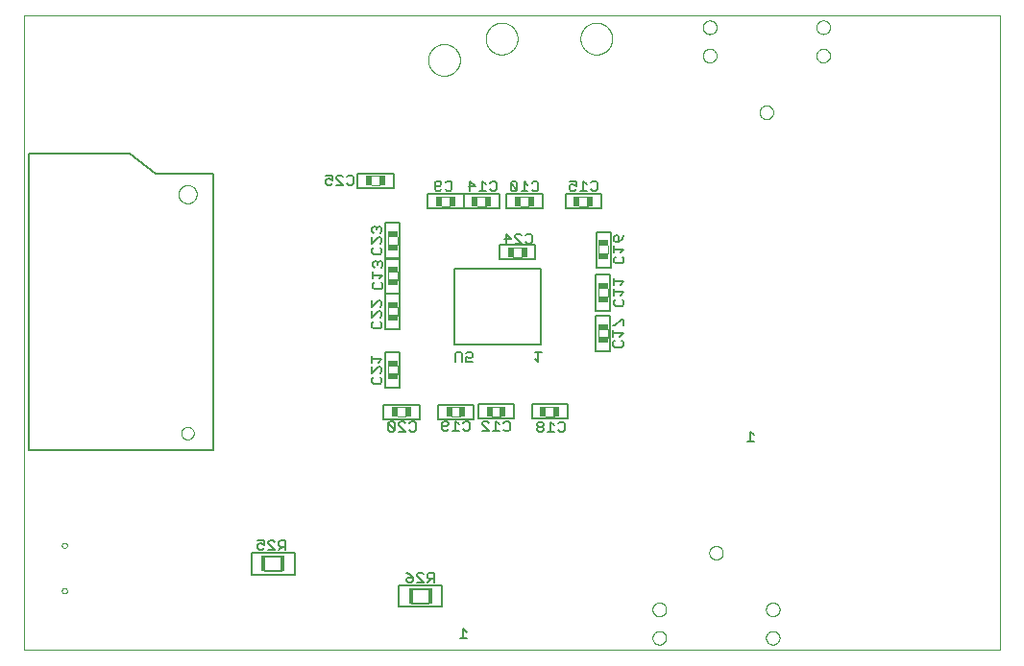
<source format=gbo>
G75*
%MOIN*%
%OFA0B0*%
%FSLAX25Y25*%
%IPPOS*%
%LPD*%
%AMOC8*
5,1,8,0,0,1.08239X$1,22.5*
%
%ADD10C,0.00000*%
%ADD11C,0.00600*%
%ADD12C,0.00400*%
%ADD13R,0.01969X0.03740*%
%ADD14C,0.00500*%
%ADD15R,0.03740X0.01969*%
%ADD16R,0.01400X0.05600*%
D10*
X0004300Y0012866D02*
X0004300Y0233366D01*
X0342800Y0233366D01*
X0342800Y0012866D01*
X0004300Y0012866D01*
X0017300Y0033466D02*
X0017302Y0033525D01*
X0017308Y0033585D01*
X0017318Y0033643D01*
X0017331Y0033701D01*
X0017349Y0033758D01*
X0017370Y0033814D01*
X0017395Y0033868D01*
X0017423Y0033920D01*
X0017455Y0033971D01*
X0017490Y0034019D01*
X0017528Y0034065D01*
X0017569Y0034108D01*
X0017613Y0034148D01*
X0017659Y0034185D01*
X0017708Y0034219D01*
X0017759Y0034250D01*
X0017811Y0034278D01*
X0017866Y0034302D01*
X0017922Y0034322D01*
X0017979Y0034338D01*
X0018037Y0034351D01*
X0018096Y0034360D01*
X0018155Y0034365D01*
X0018215Y0034366D01*
X0018274Y0034363D01*
X0018333Y0034356D01*
X0018392Y0034345D01*
X0018450Y0034331D01*
X0018506Y0034312D01*
X0018562Y0034290D01*
X0018615Y0034265D01*
X0018667Y0034235D01*
X0018717Y0034203D01*
X0018764Y0034167D01*
X0018810Y0034128D01*
X0018852Y0034086D01*
X0018892Y0034042D01*
X0018928Y0033995D01*
X0018961Y0033946D01*
X0018992Y0033894D01*
X0019018Y0033841D01*
X0019041Y0033786D01*
X0019060Y0033730D01*
X0019076Y0033672D01*
X0019088Y0033614D01*
X0019096Y0033555D01*
X0019100Y0033496D01*
X0019100Y0033436D01*
X0019096Y0033377D01*
X0019088Y0033318D01*
X0019076Y0033260D01*
X0019060Y0033202D01*
X0019041Y0033146D01*
X0019018Y0033091D01*
X0018992Y0033038D01*
X0018961Y0032986D01*
X0018928Y0032937D01*
X0018892Y0032890D01*
X0018852Y0032846D01*
X0018810Y0032804D01*
X0018764Y0032765D01*
X0018717Y0032729D01*
X0018667Y0032697D01*
X0018615Y0032667D01*
X0018562Y0032642D01*
X0018506Y0032620D01*
X0018450Y0032601D01*
X0018392Y0032587D01*
X0018333Y0032576D01*
X0018274Y0032569D01*
X0018215Y0032566D01*
X0018155Y0032567D01*
X0018096Y0032572D01*
X0018037Y0032581D01*
X0017979Y0032594D01*
X0017922Y0032610D01*
X0017866Y0032630D01*
X0017811Y0032654D01*
X0017759Y0032682D01*
X0017708Y0032713D01*
X0017659Y0032747D01*
X0017613Y0032784D01*
X0017569Y0032824D01*
X0017528Y0032867D01*
X0017490Y0032913D01*
X0017455Y0032961D01*
X0017423Y0033012D01*
X0017395Y0033064D01*
X0017370Y0033118D01*
X0017349Y0033174D01*
X0017331Y0033231D01*
X0017318Y0033289D01*
X0017308Y0033347D01*
X0017302Y0033407D01*
X0017300Y0033466D01*
X0017300Y0049266D02*
X0017302Y0049325D01*
X0017308Y0049385D01*
X0017318Y0049443D01*
X0017331Y0049501D01*
X0017349Y0049558D01*
X0017370Y0049614D01*
X0017395Y0049668D01*
X0017423Y0049720D01*
X0017455Y0049771D01*
X0017490Y0049819D01*
X0017528Y0049865D01*
X0017569Y0049908D01*
X0017613Y0049948D01*
X0017659Y0049985D01*
X0017708Y0050019D01*
X0017759Y0050050D01*
X0017811Y0050078D01*
X0017866Y0050102D01*
X0017922Y0050122D01*
X0017979Y0050138D01*
X0018037Y0050151D01*
X0018096Y0050160D01*
X0018155Y0050165D01*
X0018215Y0050166D01*
X0018274Y0050163D01*
X0018333Y0050156D01*
X0018392Y0050145D01*
X0018450Y0050131D01*
X0018506Y0050112D01*
X0018562Y0050090D01*
X0018615Y0050065D01*
X0018667Y0050035D01*
X0018717Y0050003D01*
X0018764Y0049967D01*
X0018810Y0049928D01*
X0018852Y0049886D01*
X0018892Y0049842D01*
X0018928Y0049795D01*
X0018961Y0049746D01*
X0018992Y0049694D01*
X0019018Y0049641D01*
X0019041Y0049586D01*
X0019060Y0049530D01*
X0019076Y0049472D01*
X0019088Y0049414D01*
X0019096Y0049355D01*
X0019100Y0049296D01*
X0019100Y0049236D01*
X0019096Y0049177D01*
X0019088Y0049118D01*
X0019076Y0049060D01*
X0019060Y0049002D01*
X0019041Y0048946D01*
X0019018Y0048891D01*
X0018992Y0048838D01*
X0018961Y0048786D01*
X0018928Y0048737D01*
X0018892Y0048690D01*
X0018852Y0048646D01*
X0018810Y0048604D01*
X0018764Y0048565D01*
X0018717Y0048529D01*
X0018667Y0048497D01*
X0018615Y0048467D01*
X0018562Y0048442D01*
X0018506Y0048420D01*
X0018450Y0048401D01*
X0018392Y0048387D01*
X0018333Y0048376D01*
X0018274Y0048369D01*
X0018215Y0048366D01*
X0018155Y0048367D01*
X0018096Y0048372D01*
X0018037Y0048381D01*
X0017979Y0048394D01*
X0017922Y0048410D01*
X0017866Y0048430D01*
X0017811Y0048454D01*
X0017759Y0048482D01*
X0017708Y0048513D01*
X0017659Y0048547D01*
X0017613Y0048584D01*
X0017569Y0048624D01*
X0017528Y0048667D01*
X0017490Y0048713D01*
X0017455Y0048761D01*
X0017423Y0048812D01*
X0017395Y0048864D01*
X0017370Y0048918D01*
X0017349Y0048974D01*
X0017331Y0049031D01*
X0017318Y0049089D01*
X0017308Y0049147D01*
X0017302Y0049207D01*
X0017300Y0049266D01*
X0058760Y0088241D02*
X0058762Y0088334D01*
X0058768Y0088426D01*
X0058778Y0088518D01*
X0058792Y0088609D01*
X0058809Y0088700D01*
X0058831Y0088790D01*
X0058856Y0088879D01*
X0058885Y0088967D01*
X0058918Y0089053D01*
X0058955Y0089138D01*
X0058995Y0089222D01*
X0059039Y0089303D01*
X0059086Y0089383D01*
X0059136Y0089461D01*
X0059190Y0089536D01*
X0059247Y0089609D01*
X0059307Y0089679D01*
X0059370Y0089747D01*
X0059436Y0089812D01*
X0059504Y0089874D01*
X0059575Y0089934D01*
X0059649Y0089990D01*
X0059725Y0090043D01*
X0059803Y0090092D01*
X0059883Y0090139D01*
X0059965Y0090181D01*
X0060049Y0090221D01*
X0060134Y0090256D01*
X0060221Y0090288D01*
X0060309Y0090317D01*
X0060398Y0090341D01*
X0060488Y0090362D01*
X0060579Y0090378D01*
X0060671Y0090391D01*
X0060763Y0090400D01*
X0060856Y0090405D01*
X0060948Y0090406D01*
X0061041Y0090403D01*
X0061133Y0090396D01*
X0061225Y0090385D01*
X0061316Y0090370D01*
X0061407Y0090352D01*
X0061497Y0090329D01*
X0061585Y0090303D01*
X0061673Y0090273D01*
X0061759Y0090239D01*
X0061843Y0090202D01*
X0061926Y0090160D01*
X0062007Y0090116D01*
X0062087Y0090068D01*
X0062164Y0090017D01*
X0062238Y0089962D01*
X0062311Y0089904D01*
X0062381Y0089844D01*
X0062448Y0089780D01*
X0062512Y0089714D01*
X0062574Y0089644D01*
X0062632Y0089573D01*
X0062687Y0089499D01*
X0062739Y0089422D01*
X0062788Y0089343D01*
X0062834Y0089263D01*
X0062876Y0089180D01*
X0062914Y0089096D01*
X0062949Y0089010D01*
X0062980Y0088923D01*
X0063007Y0088835D01*
X0063030Y0088745D01*
X0063050Y0088655D01*
X0063066Y0088564D01*
X0063078Y0088472D01*
X0063086Y0088380D01*
X0063090Y0088287D01*
X0063090Y0088195D01*
X0063086Y0088102D01*
X0063078Y0088010D01*
X0063066Y0087918D01*
X0063050Y0087827D01*
X0063030Y0087737D01*
X0063007Y0087647D01*
X0062980Y0087559D01*
X0062949Y0087472D01*
X0062914Y0087386D01*
X0062876Y0087302D01*
X0062834Y0087219D01*
X0062788Y0087139D01*
X0062739Y0087060D01*
X0062687Y0086983D01*
X0062632Y0086909D01*
X0062574Y0086838D01*
X0062512Y0086768D01*
X0062448Y0086702D01*
X0062381Y0086638D01*
X0062311Y0086578D01*
X0062238Y0086520D01*
X0062164Y0086465D01*
X0062087Y0086414D01*
X0062008Y0086366D01*
X0061926Y0086322D01*
X0061843Y0086280D01*
X0061759Y0086243D01*
X0061673Y0086209D01*
X0061585Y0086179D01*
X0061497Y0086153D01*
X0061407Y0086130D01*
X0061316Y0086112D01*
X0061225Y0086097D01*
X0061133Y0086086D01*
X0061041Y0086079D01*
X0060948Y0086076D01*
X0060856Y0086077D01*
X0060763Y0086082D01*
X0060671Y0086091D01*
X0060579Y0086104D01*
X0060488Y0086120D01*
X0060398Y0086141D01*
X0060309Y0086165D01*
X0060221Y0086194D01*
X0060134Y0086226D01*
X0060049Y0086261D01*
X0059965Y0086301D01*
X0059883Y0086343D01*
X0059803Y0086390D01*
X0059725Y0086439D01*
X0059649Y0086492D01*
X0059575Y0086548D01*
X0059504Y0086608D01*
X0059436Y0086670D01*
X0059370Y0086735D01*
X0059307Y0086803D01*
X0059247Y0086873D01*
X0059190Y0086946D01*
X0059136Y0087021D01*
X0059086Y0087099D01*
X0059039Y0087179D01*
X0058995Y0087260D01*
X0058955Y0087344D01*
X0058918Y0087429D01*
X0058885Y0087515D01*
X0058856Y0087603D01*
X0058831Y0087692D01*
X0058809Y0087782D01*
X0058792Y0087873D01*
X0058778Y0087964D01*
X0058768Y0088056D01*
X0058762Y0088148D01*
X0058760Y0088241D01*
X0057775Y0171241D02*
X0057777Y0171353D01*
X0057783Y0171464D01*
X0057793Y0171576D01*
X0057807Y0171687D01*
X0057824Y0171797D01*
X0057846Y0171907D01*
X0057872Y0172016D01*
X0057901Y0172124D01*
X0057934Y0172230D01*
X0057971Y0172336D01*
X0058012Y0172440D01*
X0058057Y0172543D01*
X0058105Y0172644D01*
X0058156Y0172743D01*
X0058211Y0172840D01*
X0058270Y0172935D01*
X0058331Y0173029D01*
X0058396Y0173120D01*
X0058465Y0173208D01*
X0058536Y0173294D01*
X0058610Y0173378D01*
X0058688Y0173458D01*
X0058768Y0173536D01*
X0058851Y0173612D01*
X0058936Y0173684D01*
X0059024Y0173753D01*
X0059114Y0173819D01*
X0059207Y0173881D01*
X0059302Y0173941D01*
X0059399Y0173997D01*
X0059497Y0174049D01*
X0059598Y0174098D01*
X0059700Y0174143D01*
X0059804Y0174185D01*
X0059909Y0174223D01*
X0060016Y0174257D01*
X0060123Y0174287D01*
X0060232Y0174314D01*
X0060341Y0174336D01*
X0060452Y0174355D01*
X0060562Y0174370D01*
X0060674Y0174381D01*
X0060785Y0174388D01*
X0060897Y0174391D01*
X0061009Y0174390D01*
X0061121Y0174385D01*
X0061232Y0174376D01*
X0061343Y0174363D01*
X0061454Y0174346D01*
X0061564Y0174326D01*
X0061673Y0174301D01*
X0061781Y0174273D01*
X0061888Y0174240D01*
X0061994Y0174204D01*
X0062098Y0174164D01*
X0062201Y0174121D01*
X0062303Y0174074D01*
X0062402Y0174023D01*
X0062500Y0173969D01*
X0062596Y0173911D01*
X0062690Y0173850D01*
X0062781Y0173786D01*
X0062870Y0173719D01*
X0062957Y0173648D01*
X0063041Y0173574D01*
X0063123Y0173498D01*
X0063201Y0173418D01*
X0063277Y0173336D01*
X0063350Y0173251D01*
X0063420Y0173164D01*
X0063486Y0173074D01*
X0063550Y0172982D01*
X0063610Y0172888D01*
X0063667Y0172792D01*
X0063720Y0172693D01*
X0063770Y0172593D01*
X0063816Y0172492D01*
X0063859Y0172388D01*
X0063898Y0172283D01*
X0063933Y0172177D01*
X0063964Y0172070D01*
X0063992Y0171961D01*
X0064015Y0171852D01*
X0064035Y0171742D01*
X0064051Y0171631D01*
X0064063Y0171520D01*
X0064071Y0171409D01*
X0064075Y0171297D01*
X0064075Y0171185D01*
X0064071Y0171073D01*
X0064063Y0170962D01*
X0064051Y0170851D01*
X0064035Y0170740D01*
X0064015Y0170630D01*
X0063992Y0170521D01*
X0063964Y0170412D01*
X0063933Y0170305D01*
X0063898Y0170199D01*
X0063859Y0170094D01*
X0063816Y0169990D01*
X0063770Y0169889D01*
X0063720Y0169789D01*
X0063667Y0169690D01*
X0063610Y0169594D01*
X0063550Y0169500D01*
X0063486Y0169408D01*
X0063420Y0169318D01*
X0063350Y0169231D01*
X0063277Y0169146D01*
X0063201Y0169064D01*
X0063123Y0168984D01*
X0063041Y0168908D01*
X0062957Y0168834D01*
X0062870Y0168763D01*
X0062781Y0168696D01*
X0062690Y0168632D01*
X0062596Y0168571D01*
X0062500Y0168513D01*
X0062402Y0168459D01*
X0062303Y0168408D01*
X0062201Y0168361D01*
X0062098Y0168318D01*
X0061994Y0168278D01*
X0061888Y0168242D01*
X0061781Y0168209D01*
X0061673Y0168181D01*
X0061564Y0168156D01*
X0061454Y0168136D01*
X0061343Y0168119D01*
X0061232Y0168106D01*
X0061121Y0168097D01*
X0061009Y0168092D01*
X0060897Y0168091D01*
X0060785Y0168094D01*
X0060674Y0168101D01*
X0060562Y0168112D01*
X0060452Y0168127D01*
X0060341Y0168146D01*
X0060232Y0168168D01*
X0060123Y0168195D01*
X0060016Y0168225D01*
X0059909Y0168259D01*
X0059804Y0168297D01*
X0059700Y0168339D01*
X0059598Y0168384D01*
X0059497Y0168433D01*
X0059399Y0168485D01*
X0059302Y0168541D01*
X0059207Y0168601D01*
X0059114Y0168663D01*
X0059024Y0168729D01*
X0058936Y0168798D01*
X0058851Y0168870D01*
X0058768Y0168946D01*
X0058688Y0169024D01*
X0058610Y0169104D01*
X0058536Y0169188D01*
X0058465Y0169274D01*
X0058396Y0169362D01*
X0058331Y0169453D01*
X0058270Y0169547D01*
X0058211Y0169642D01*
X0058156Y0169739D01*
X0058105Y0169838D01*
X0058057Y0169939D01*
X0058012Y0170042D01*
X0057971Y0170146D01*
X0057934Y0170252D01*
X0057901Y0170358D01*
X0057872Y0170466D01*
X0057846Y0170575D01*
X0057824Y0170685D01*
X0057807Y0170795D01*
X0057793Y0170906D01*
X0057783Y0171018D01*
X0057777Y0171129D01*
X0057775Y0171241D01*
X0144413Y0217866D02*
X0144415Y0218014D01*
X0144421Y0218162D01*
X0144431Y0218310D01*
X0144445Y0218457D01*
X0144463Y0218604D01*
X0144484Y0218750D01*
X0144510Y0218896D01*
X0144540Y0219041D01*
X0144573Y0219185D01*
X0144611Y0219328D01*
X0144652Y0219470D01*
X0144697Y0219611D01*
X0144745Y0219751D01*
X0144798Y0219890D01*
X0144854Y0220027D01*
X0144914Y0220162D01*
X0144977Y0220296D01*
X0145044Y0220428D01*
X0145115Y0220558D01*
X0145189Y0220686D01*
X0145266Y0220812D01*
X0145347Y0220936D01*
X0145431Y0221058D01*
X0145518Y0221177D01*
X0145609Y0221294D01*
X0145703Y0221409D01*
X0145799Y0221521D01*
X0145899Y0221631D01*
X0146001Y0221737D01*
X0146107Y0221841D01*
X0146215Y0221942D01*
X0146326Y0222040D01*
X0146439Y0222136D01*
X0146555Y0222228D01*
X0146673Y0222317D01*
X0146794Y0222402D01*
X0146917Y0222485D01*
X0147042Y0222564D01*
X0147169Y0222640D01*
X0147298Y0222712D01*
X0147429Y0222781D01*
X0147562Y0222846D01*
X0147697Y0222907D01*
X0147833Y0222965D01*
X0147970Y0223020D01*
X0148109Y0223070D01*
X0148250Y0223117D01*
X0148391Y0223160D01*
X0148534Y0223200D01*
X0148678Y0223235D01*
X0148822Y0223267D01*
X0148968Y0223294D01*
X0149114Y0223318D01*
X0149261Y0223338D01*
X0149408Y0223354D01*
X0149555Y0223366D01*
X0149703Y0223374D01*
X0149851Y0223378D01*
X0149999Y0223378D01*
X0150147Y0223374D01*
X0150295Y0223366D01*
X0150442Y0223354D01*
X0150589Y0223338D01*
X0150736Y0223318D01*
X0150882Y0223294D01*
X0151028Y0223267D01*
X0151172Y0223235D01*
X0151316Y0223200D01*
X0151459Y0223160D01*
X0151600Y0223117D01*
X0151741Y0223070D01*
X0151880Y0223020D01*
X0152017Y0222965D01*
X0152153Y0222907D01*
X0152288Y0222846D01*
X0152421Y0222781D01*
X0152552Y0222712D01*
X0152681Y0222640D01*
X0152808Y0222564D01*
X0152933Y0222485D01*
X0153056Y0222402D01*
X0153177Y0222317D01*
X0153295Y0222228D01*
X0153411Y0222136D01*
X0153524Y0222040D01*
X0153635Y0221942D01*
X0153743Y0221841D01*
X0153849Y0221737D01*
X0153951Y0221631D01*
X0154051Y0221521D01*
X0154147Y0221409D01*
X0154241Y0221294D01*
X0154332Y0221177D01*
X0154419Y0221058D01*
X0154503Y0220936D01*
X0154584Y0220812D01*
X0154661Y0220686D01*
X0154735Y0220558D01*
X0154806Y0220428D01*
X0154873Y0220296D01*
X0154936Y0220162D01*
X0154996Y0220027D01*
X0155052Y0219890D01*
X0155105Y0219751D01*
X0155153Y0219611D01*
X0155198Y0219470D01*
X0155239Y0219328D01*
X0155277Y0219185D01*
X0155310Y0219041D01*
X0155340Y0218896D01*
X0155366Y0218750D01*
X0155387Y0218604D01*
X0155405Y0218457D01*
X0155419Y0218310D01*
X0155429Y0218162D01*
X0155435Y0218014D01*
X0155437Y0217866D01*
X0155435Y0217718D01*
X0155429Y0217570D01*
X0155419Y0217422D01*
X0155405Y0217275D01*
X0155387Y0217128D01*
X0155366Y0216982D01*
X0155340Y0216836D01*
X0155310Y0216691D01*
X0155277Y0216547D01*
X0155239Y0216404D01*
X0155198Y0216262D01*
X0155153Y0216121D01*
X0155105Y0215981D01*
X0155052Y0215842D01*
X0154996Y0215705D01*
X0154936Y0215570D01*
X0154873Y0215436D01*
X0154806Y0215304D01*
X0154735Y0215174D01*
X0154661Y0215046D01*
X0154584Y0214920D01*
X0154503Y0214796D01*
X0154419Y0214674D01*
X0154332Y0214555D01*
X0154241Y0214438D01*
X0154147Y0214323D01*
X0154051Y0214211D01*
X0153951Y0214101D01*
X0153849Y0213995D01*
X0153743Y0213891D01*
X0153635Y0213790D01*
X0153524Y0213692D01*
X0153411Y0213596D01*
X0153295Y0213504D01*
X0153177Y0213415D01*
X0153056Y0213330D01*
X0152933Y0213247D01*
X0152808Y0213168D01*
X0152681Y0213092D01*
X0152552Y0213020D01*
X0152421Y0212951D01*
X0152288Y0212886D01*
X0152153Y0212825D01*
X0152017Y0212767D01*
X0151880Y0212712D01*
X0151741Y0212662D01*
X0151600Y0212615D01*
X0151459Y0212572D01*
X0151316Y0212532D01*
X0151172Y0212497D01*
X0151028Y0212465D01*
X0150882Y0212438D01*
X0150736Y0212414D01*
X0150589Y0212394D01*
X0150442Y0212378D01*
X0150295Y0212366D01*
X0150147Y0212358D01*
X0149999Y0212354D01*
X0149851Y0212354D01*
X0149703Y0212358D01*
X0149555Y0212366D01*
X0149408Y0212378D01*
X0149261Y0212394D01*
X0149114Y0212414D01*
X0148968Y0212438D01*
X0148822Y0212465D01*
X0148678Y0212497D01*
X0148534Y0212532D01*
X0148391Y0212572D01*
X0148250Y0212615D01*
X0148109Y0212662D01*
X0147970Y0212712D01*
X0147833Y0212767D01*
X0147697Y0212825D01*
X0147562Y0212886D01*
X0147429Y0212951D01*
X0147298Y0213020D01*
X0147169Y0213092D01*
X0147042Y0213168D01*
X0146917Y0213247D01*
X0146794Y0213330D01*
X0146673Y0213415D01*
X0146555Y0213504D01*
X0146439Y0213596D01*
X0146326Y0213692D01*
X0146215Y0213790D01*
X0146107Y0213891D01*
X0146001Y0213995D01*
X0145899Y0214101D01*
X0145799Y0214211D01*
X0145703Y0214323D01*
X0145609Y0214438D01*
X0145518Y0214555D01*
X0145431Y0214674D01*
X0145347Y0214796D01*
X0145266Y0214920D01*
X0145189Y0215046D01*
X0145115Y0215174D01*
X0145044Y0215304D01*
X0144977Y0215436D01*
X0144914Y0215570D01*
X0144854Y0215705D01*
X0144798Y0215842D01*
X0144745Y0215981D01*
X0144697Y0216121D01*
X0144652Y0216262D01*
X0144611Y0216404D01*
X0144573Y0216547D01*
X0144540Y0216691D01*
X0144510Y0216836D01*
X0144484Y0216982D01*
X0144463Y0217128D01*
X0144445Y0217275D01*
X0144431Y0217422D01*
X0144421Y0217570D01*
X0144415Y0217718D01*
X0144413Y0217866D01*
X0164382Y0225267D02*
X0164384Y0225415D01*
X0164390Y0225563D01*
X0164400Y0225711D01*
X0164414Y0225858D01*
X0164432Y0226005D01*
X0164453Y0226151D01*
X0164479Y0226297D01*
X0164509Y0226442D01*
X0164542Y0226586D01*
X0164580Y0226729D01*
X0164621Y0226871D01*
X0164666Y0227012D01*
X0164714Y0227152D01*
X0164767Y0227291D01*
X0164823Y0227428D01*
X0164883Y0227563D01*
X0164946Y0227697D01*
X0165013Y0227829D01*
X0165084Y0227959D01*
X0165158Y0228087D01*
X0165235Y0228213D01*
X0165316Y0228337D01*
X0165400Y0228459D01*
X0165487Y0228578D01*
X0165578Y0228695D01*
X0165672Y0228810D01*
X0165768Y0228922D01*
X0165868Y0229032D01*
X0165970Y0229138D01*
X0166076Y0229242D01*
X0166184Y0229343D01*
X0166295Y0229441D01*
X0166408Y0229537D01*
X0166524Y0229629D01*
X0166642Y0229718D01*
X0166763Y0229803D01*
X0166886Y0229886D01*
X0167011Y0229965D01*
X0167138Y0230041D01*
X0167267Y0230113D01*
X0167398Y0230182D01*
X0167531Y0230247D01*
X0167666Y0230308D01*
X0167802Y0230366D01*
X0167939Y0230421D01*
X0168078Y0230471D01*
X0168219Y0230518D01*
X0168360Y0230561D01*
X0168503Y0230601D01*
X0168647Y0230636D01*
X0168791Y0230668D01*
X0168937Y0230695D01*
X0169083Y0230719D01*
X0169230Y0230739D01*
X0169377Y0230755D01*
X0169524Y0230767D01*
X0169672Y0230775D01*
X0169820Y0230779D01*
X0169968Y0230779D01*
X0170116Y0230775D01*
X0170264Y0230767D01*
X0170411Y0230755D01*
X0170558Y0230739D01*
X0170705Y0230719D01*
X0170851Y0230695D01*
X0170997Y0230668D01*
X0171141Y0230636D01*
X0171285Y0230601D01*
X0171428Y0230561D01*
X0171569Y0230518D01*
X0171710Y0230471D01*
X0171849Y0230421D01*
X0171986Y0230366D01*
X0172122Y0230308D01*
X0172257Y0230247D01*
X0172390Y0230182D01*
X0172521Y0230113D01*
X0172650Y0230041D01*
X0172777Y0229965D01*
X0172902Y0229886D01*
X0173025Y0229803D01*
X0173146Y0229718D01*
X0173264Y0229629D01*
X0173380Y0229537D01*
X0173493Y0229441D01*
X0173604Y0229343D01*
X0173712Y0229242D01*
X0173818Y0229138D01*
X0173920Y0229032D01*
X0174020Y0228922D01*
X0174116Y0228810D01*
X0174210Y0228695D01*
X0174301Y0228578D01*
X0174388Y0228459D01*
X0174472Y0228337D01*
X0174553Y0228213D01*
X0174630Y0228087D01*
X0174704Y0227959D01*
X0174775Y0227829D01*
X0174842Y0227697D01*
X0174905Y0227563D01*
X0174965Y0227428D01*
X0175021Y0227291D01*
X0175074Y0227152D01*
X0175122Y0227012D01*
X0175167Y0226871D01*
X0175208Y0226729D01*
X0175246Y0226586D01*
X0175279Y0226442D01*
X0175309Y0226297D01*
X0175335Y0226151D01*
X0175356Y0226005D01*
X0175374Y0225858D01*
X0175388Y0225711D01*
X0175398Y0225563D01*
X0175404Y0225415D01*
X0175406Y0225267D01*
X0175404Y0225119D01*
X0175398Y0224971D01*
X0175388Y0224823D01*
X0175374Y0224676D01*
X0175356Y0224529D01*
X0175335Y0224383D01*
X0175309Y0224237D01*
X0175279Y0224092D01*
X0175246Y0223948D01*
X0175208Y0223805D01*
X0175167Y0223663D01*
X0175122Y0223522D01*
X0175074Y0223382D01*
X0175021Y0223243D01*
X0174965Y0223106D01*
X0174905Y0222971D01*
X0174842Y0222837D01*
X0174775Y0222705D01*
X0174704Y0222575D01*
X0174630Y0222447D01*
X0174553Y0222321D01*
X0174472Y0222197D01*
X0174388Y0222075D01*
X0174301Y0221956D01*
X0174210Y0221839D01*
X0174116Y0221724D01*
X0174020Y0221612D01*
X0173920Y0221502D01*
X0173818Y0221396D01*
X0173712Y0221292D01*
X0173604Y0221191D01*
X0173493Y0221093D01*
X0173380Y0220997D01*
X0173264Y0220905D01*
X0173146Y0220816D01*
X0173025Y0220731D01*
X0172902Y0220648D01*
X0172777Y0220569D01*
X0172650Y0220493D01*
X0172521Y0220421D01*
X0172390Y0220352D01*
X0172257Y0220287D01*
X0172122Y0220226D01*
X0171986Y0220168D01*
X0171849Y0220113D01*
X0171710Y0220063D01*
X0171569Y0220016D01*
X0171428Y0219973D01*
X0171285Y0219933D01*
X0171141Y0219898D01*
X0170997Y0219866D01*
X0170851Y0219839D01*
X0170705Y0219815D01*
X0170558Y0219795D01*
X0170411Y0219779D01*
X0170264Y0219767D01*
X0170116Y0219759D01*
X0169968Y0219755D01*
X0169820Y0219755D01*
X0169672Y0219759D01*
X0169524Y0219767D01*
X0169377Y0219779D01*
X0169230Y0219795D01*
X0169083Y0219815D01*
X0168937Y0219839D01*
X0168791Y0219866D01*
X0168647Y0219898D01*
X0168503Y0219933D01*
X0168360Y0219973D01*
X0168219Y0220016D01*
X0168078Y0220063D01*
X0167939Y0220113D01*
X0167802Y0220168D01*
X0167666Y0220226D01*
X0167531Y0220287D01*
X0167398Y0220352D01*
X0167267Y0220421D01*
X0167138Y0220493D01*
X0167011Y0220569D01*
X0166886Y0220648D01*
X0166763Y0220731D01*
X0166642Y0220816D01*
X0166524Y0220905D01*
X0166408Y0220997D01*
X0166295Y0221093D01*
X0166184Y0221191D01*
X0166076Y0221292D01*
X0165970Y0221396D01*
X0165868Y0221502D01*
X0165768Y0221612D01*
X0165672Y0221724D01*
X0165578Y0221839D01*
X0165487Y0221956D01*
X0165400Y0222075D01*
X0165316Y0222197D01*
X0165235Y0222321D01*
X0165158Y0222447D01*
X0165084Y0222575D01*
X0165013Y0222705D01*
X0164946Y0222837D01*
X0164883Y0222971D01*
X0164823Y0223106D01*
X0164767Y0223243D01*
X0164714Y0223382D01*
X0164666Y0223522D01*
X0164621Y0223663D01*
X0164580Y0223805D01*
X0164542Y0223948D01*
X0164509Y0224092D01*
X0164479Y0224237D01*
X0164453Y0224383D01*
X0164432Y0224529D01*
X0164414Y0224676D01*
X0164400Y0224823D01*
X0164390Y0224971D01*
X0164384Y0225119D01*
X0164382Y0225267D01*
X0197256Y0225267D02*
X0197258Y0225415D01*
X0197264Y0225563D01*
X0197274Y0225711D01*
X0197288Y0225858D01*
X0197306Y0226005D01*
X0197327Y0226151D01*
X0197353Y0226297D01*
X0197383Y0226442D01*
X0197416Y0226586D01*
X0197454Y0226729D01*
X0197495Y0226871D01*
X0197540Y0227012D01*
X0197588Y0227152D01*
X0197641Y0227291D01*
X0197697Y0227428D01*
X0197757Y0227563D01*
X0197820Y0227697D01*
X0197887Y0227829D01*
X0197958Y0227959D01*
X0198032Y0228087D01*
X0198109Y0228213D01*
X0198190Y0228337D01*
X0198274Y0228459D01*
X0198361Y0228578D01*
X0198452Y0228695D01*
X0198546Y0228810D01*
X0198642Y0228922D01*
X0198742Y0229032D01*
X0198844Y0229138D01*
X0198950Y0229242D01*
X0199058Y0229343D01*
X0199169Y0229441D01*
X0199282Y0229537D01*
X0199398Y0229629D01*
X0199516Y0229718D01*
X0199637Y0229803D01*
X0199760Y0229886D01*
X0199885Y0229965D01*
X0200012Y0230041D01*
X0200141Y0230113D01*
X0200272Y0230182D01*
X0200405Y0230247D01*
X0200540Y0230308D01*
X0200676Y0230366D01*
X0200813Y0230421D01*
X0200952Y0230471D01*
X0201093Y0230518D01*
X0201234Y0230561D01*
X0201377Y0230601D01*
X0201521Y0230636D01*
X0201665Y0230668D01*
X0201811Y0230695D01*
X0201957Y0230719D01*
X0202104Y0230739D01*
X0202251Y0230755D01*
X0202398Y0230767D01*
X0202546Y0230775D01*
X0202694Y0230779D01*
X0202842Y0230779D01*
X0202990Y0230775D01*
X0203138Y0230767D01*
X0203285Y0230755D01*
X0203432Y0230739D01*
X0203579Y0230719D01*
X0203725Y0230695D01*
X0203871Y0230668D01*
X0204015Y0230636D01*
X0204159Y0230601D01*
X0204302Y0230561D01*
X0204443Y0230518D01*
X0204584Y0230471D01*
X0204723Y0230421D01*
X0204860Y0230366D01*
X0204996Y0230308D01*
X0205131Y0230247D01*
X0205264Y0230182D01*
X0205395Y0230113D01*
X0205524Y0230041D01*
X0205651Y0229965D01*
X0205776Y0229886D01*
X0205899Y0229803D01*
X0206020Y0229718D01*
X0206138Y0229629D01*
X0206254Y0229537D01*
X0206367Y0229441D01*
X0206478Y0229343D01*
X0206586Y0229242D01*
X0206692Y0229138D01*
X0206794Y0229032D01*
X0206894Y0228922D01*
X0206990Y0228810D01*
X0207084Y0228695D01*
X0207175Y0228578D01*
X0207262Y0228459D01*
X0207346Y0228337D01*
X0207427Y0228213D01*
X0207504Y0228087D01*
X0207578Y0227959D01*
X0207649Y0227829D01*
X0207716Y0227697D01*
X0207779Y0227563D01*
X0207839Y0227428D01*
X0207895Y0227291D01*
X0207948Y0227152D01*
X0207996Y0227012D01*
X0208041Y0226871D01*
X0208082Y0226729D01*
X0208120Y0226586D01*
X0208153Y0226442D01*
X0208183Y0226297D01*
X0208209Y0226151D01*
X0208230Y0226005D01*
X0208248Y0225858D01*
X0208262Y0225711D01*
X0208272Y0225563D01*
X0208278Y0225415D01*
X0208280Y0225267D01*
X0208278Y0225119D01*
X0208272Y0224971D01*
X0208262Y0224823D01*
X0208248Y0224676D01*
X0208230Y0224529D01*
X0208209Y0224383D01*
X0208183Y0224237D01*
X0208153Y0224092D01*
X0208120Y0223948D01*
X0208082Y0223805D01*
X0208041Y0223663D01*
X0207996Y0223522D01*
X0207948Y0223382D01*
X0207895Y0223243D01*
X0207839Y0223106D01*
X0207779Y0222971D01*
X0207716Y0222837D01*
X0207649Y0222705D01*
X0207578Y0222575D01*
X0207504Y0222447D01*
X0207427Y0222321D01*
X0207346Y0222197D01*
X0207262Y0222075D01*
X0207175Y0221956D01*
X0207084Y0221839D01*
X0206990Y0221724D01*
X0206894Y0221612D01*
X0206794Y0221502D01*
X0206692Y0221396D01*
X0206586Y0221292D01*
X0206478Y0221191D01*
X0206367Y0221093D01*
X0206254Y0220997D01*
X0206138Y0220905D01*
X0206020Y0220816D01*
X0205899Y0220731D01*
X0205776Y0220648D01*
X0205651Y0220569D01*
X0205524Y0220493D01*
X0205395Y0220421D01*
X0205264Y0220352D01*
X0205131Y0220287D01*
X0204996Y0220226D01*
X0204860Y0220168D01*
X0204723Y0220113D01*
X0204584Y0220063D01*
X0204443Y0220016D01*
X0204302Y0219973D01*
X0204159Y0219933D01*
X0204015Y0219898D01*
X0203871Y0219866D01*
X0203725Y0219839D01*
X0203579Y0219815D01*
X0203432Y0219795D01*
X0203285Y0219779D01*
X0203138Y0219767D01*
X0202990Y0219759D01*
X0202842Y0219755D01*
X0202694Y0219755D01*
X0202546Y0219759D01*
X0202398Y0219767D01*
X0202251Y0219779D01*
X0202104Y0219795D01*
X0201957Y0219815D01*
X0201811Y0219839D01*
X0201665Y0219866D01*
X0201521Y0219898D01*
X0201377Y0219933D01*
X0201234Y0219973D01*
X0201093Y0220016D01*
X0200952Y0220063D01*
X0200813Y0220113D01*
X0200676Y0220168D01*
X0200540Y0220226D01*
X0200405Y0220287D01*
X0200272Y0220352D01*
X0200141Y0220421D01*
X0200012Y0220493D01*
X0199885Y0220569D01*
X0199760Y0220648D01*
X0199637Y0220731D01*
X0199516Y0220816D01*
X0199398Y0220905D01*
X0199282Y0220997D01*
X0199169Y0221093D01*
X0199058Y0221191D01*
X0198950Y0221292D01*
X0198844Y0221396D01*
X0198742Y0221502D01*
X0198642Y0221612D01*
X0198546Y0221724D01*
X0198452Y0221839D01*
X0198361Y0221956D01*
X0198274Y0222075D01*
X0198190Y0222197D01*
X0198109Y0222321D01*
X0198032Y0222447D01*
X0197958Y0222575D01*
X0197887Y0222705D01*
X0197820Y0222837D01*
X0197757Y0222971D01*
X0197697Y0223106D01*
X0197641Y0223243D01*
X0197588Y0223382D01*
X0197540Y0223522D01*
X0197495Y0223663D01*
X0197454Y0223805D01*
X0197416Y0223948D01*
X0197383Y0224092D01*
X0197353Y0224237D01*
X0197327Y0224383D01*
X0197306Y0224529D01*
X0197288Y0224676D01*
X0197274Y0224823D01*
X0197264Y0224971D01*
X0197258Y0225119D01*
X0197256Y0225267D01*
X0239753Y0229208D02*
X0239755Y0229305D01*
X0239761Y0229402D01*
X0239771Y0229498D01*
X0239785Y0229594D01*
X0239803Y0229690D01*
X0239824Y0229784D01*
X0239850Y0229878D01*
X0239879Y0229970D01*
X0239913Y0230061D01*
X0239949Y0230151D01*
X0239990Y0230239D01*
X0240034Y0230325D01*
X0240082Y0230410D01*
X0240133Y0230492D01*
X0240187Y0230573D01*
X0240245Y0230651D01*
X0240306Y0230726D01*
X0240369Y0230799D01*
X0240436Y0230870D01*
X0240506Y0230937D01*
X0240578Y0231002D01*
X0240653Y0231063D01*
X0240731Y0231122D01*
X0240810Y0231177D01*
X0240892Y0231229D01*
X0240976Y0231277D01*
X0241062Y0231322D01*
X0241150Y0231364D01*
X0241239Y0231402D01*
X0241330Y0231436D01*
X0241422Y0231466D01*
X0241515Y0231493D01*
X0241610Y0231515D01*
X0241705Y0231534D01*
X0241801Y0231549D01*
X0241897Y0231560D01*
X0241994Y0231567D01*
X0242091Y0231570D01*
X0242188Y0231569D01*
X0242285Y0231564D01*
X0242381Y0231555D01*
X0242477Y0231542D01*
X0242573Y0231525D01*
X0242668Y0231504D01*
X0242761Y0231480D01*
X0242854Y0231451D01*
X0242946Y0231419D01*
X0243036Y0231383D01*
X0243124Y0231344D01*
X0243211Y0231300D01*
X0243296Y0231254D01*
X0243379Y0231203D01*
X0243460Y0231150D01*
X0243538Y0231093D01*
X0243615Y0231033D01*
X0243688Y0230970D01*
X0243759Y0230904D01*
X0243827Y0230835D01*
X0243893Y0230763D01*
X0243955Y0230689D01*
X0244014Y0230612D01*
X0244070Y0230533D01*
X0244123Y0230451D01*
X0244173Y0230368D01*
X0244218Y0230282D01*
X0244261Y0230195D01*
X0244300Y0230106D01*
X0244335Y0230016D01*
X0244366Y0229924D01*
X0244393Y0229831D01*
X0244417Y0229737D01*
X0244437Y0229642D01*
X0244453Y0229546D01*
X0244465Y0229450D01*
X0244473Y0229353D01*
X0244477Y0229256D01*
X0244477Y0229160D01*
X0244473Y0229063D01*
X0244465Y0228966D01*
X0244453Y0228870D01*
X0244437Y0228774D01*
X0244417Y0228679D01*
X0244393Y0228585D01*
X0244366Y0228492D01*
X0244335Y0228400D01*
X0244300Y0228310D01*
X0244261Y0228221D01*
X0244218Y0228134D01*
X0244173Y0228048D01*
X0244123Y0227965D01*
X0244070Y0227883D01*
X0244014Y0227804D01*
X0243955Y0227727D01*
X0243893Y0227653D01*
X0243827Y0227581D01*
X0243759Y0227512D01*
X0243688Y0227446D01*
X0243615Y0227383D01*
X0243538Y0227323D01*
X0243460Y0227266D01*
X0243379Y0227213D01*
X0243296Y0227162D01*
X0243211Y0227116D01*
X0243124Y0227072D01*
X0243036Y0227033D01*
X0242946Y0226997D01*
X0242854Y0226965D01*
X0242761Y0226936D01*
X0242668Y0226912D01*
X0242573Y0226891D01*
X0242477Y0226874D01*
X0242381Y0226861D01*
X0242285Y0226852D01*
X0242188Y0226847D01*
X0242091Y0226846D01*
X0241994Y0226849D01*
X0241897Y0226856D01*
X0241801Y0226867D01*
X0241705Y0226882D01*
X0241610Y0226901D01*
X0241515Y0226923D01*
X0241422Y0226950D01*
X0241330Y0226980D01*
X0241239Y0227014D01*
X0241150Y0227052D01*
X0241062Y0227094D01*
X0240976Y0227139D01*
X0240892Y0227187D01*
X0240810Y0227239D01*
X0240731Y0227294D01*
X0240653Y0227353D01*
X0240578Y0227414D01*
X0240506Y0227479D01*
X0240436Y0227546D01*
X0240369Y0227617D01*
X0240306Y0227690D01*
X0240245Y0227765D01*
X0240187Y0227843D01*
X0240133Y0227924D01*
X0240082Y0228006D01*
X0240034Y0228091D01*
X0239990Y0228177D01*
X0239949Y0228265D01*
X0239913Y0228355D01*
X0239879Y0228446D01*
X0239850Y0228538D01*
X0239824Y0228632D01*
X0239803Y0228726D01*
X0239785Y0228822D01*
X0239771Y0228918D01*
X0239761Y0229014D01*
X0239755Y0229111D01*
X0239753Y0229208D01*
X0239753Y0219366D02*
X0239755Y0219463D01*
X0239761Y0219560D01*
X0239771Y0219656D01*
X0239785Y0219752D01*
X0239803Y0219848D01*
X0239824Y0219942D01*
X0239850Y0220036D01*
X0239879Y0220128D01*
X0239913Y0220219D01*
X0239949Y0220309D01*
X0239990Y0220397D01*
X0240034Y0220483D01*
X0240082Y0220568D01*
X0240133Y0220650D01*
X0240187Y0220731D01*
X0240245Y0220809D01*
X0240306Y0220884D01*
X0240369Y0220957D01*
X0240436Y0221028D01*
X0240506Y0221095D01*
X0240578Y0221160D01*
X0240653Y0221221D01*
X0240731Y0221280D01*
X0240810Y0221335D01*
X0240892Y0221387D01*
X0240976Y0221435D01*
X0241062Y0221480D01*
X0241150Y0221522D01*
X0241239Y0221560D01*
X0241330Y0221594D01*
X0241422Y0221624D01*
X0241515Y0221651D01*
X0241610Y0221673D01*
X0241705Y0221692D01*
X0241801Y0221707D01*
X0241897Y0221718D01*
X0241994Y0221725D01*
X0242091Y0221728D01*
X0242188Y0221727D01*
X0242285Y0221722D01*
X0242381Y0221713D01*
X0242477Y0221700D01*
X0242573Y0221683D01*
X0242668Y0221662D01*
X0242761Y0221638D01*
X0242854Y0221609D01*
X0242946Y0221577D01*
X0243036Y0221541D01*
X0243124Y0221502D01*
X0243211Y0221458D01*
X0243296Y0221412D01*
X0243379Y0221361D01*
X0243460Y0221308D01*
X0243538Y0221251D01*
X0243615Y0221191D01*
X0243688Y0221128D01*
X0243759Y0221062D01*
X0243827Y0220993D01*
X0243893Y0220921D01*
X0243955Y0220847D01*
X0244014Y0220770D01*
X0244070Y0220691D01*
X0244123Y0220609D01*
X0244173Y0220526D01*
X0244218Y0220440D01*
X0244261Y0220353D01*
X0244300Y0220264D01*
X0244335Y0220174D01*
X0244366Y0220082D01*
X0244393Y0219989D01*
X0244417Y0219895D01*
X0244437Y0219800D01*
X0244453Y0219704D01*
X0244465Y0219608D01*
X0244473Y0219511D01*
X0244477Y0219414D01*
X0244477Y0219318D01*
X0244473Y0219221D01*
X0244465Y0219124D01*
X0244453Y0219028D01*
X0244437Y0218932D01*
X0244417Y0218837D01*
X0244393Y0218743D01*
X0244366Y0218650D01*
X0244335Y0218558D01*
X0244300Y0218468D01*
X0244261Y0218379D01*
X0244218Y0218292D01*
X0244173Y0218206D01*
X0244123Y0218123D01*
X0244070Y0218041D01*
X0244014Y0217962D01*
X0243955Y0217885D01*
X0243893Y0217811D01*
X0243827Y0217739D01*
X0243759Y0217670D01*
X0243688Y0217604D01*
X0243615Y0217541D01*
X0243538Y0217481D01*
X0243460Y0217424D01*
X0243379Y0217371D01*
X0243296Y0217320D01*
X0243211Y0217274D01*
X0243124Y0217230D01*
X0243036Y0217191D01*
X0242946Y0217155D01*
X0242854Y0217123D01*
X0242761Y0217094D01*
X0242668Y0217070D01*
X0242573Y0217049D01*
X0242477Y0217032D01*
X0242381Y0217019D01*
X0242285Y0217010D01*
X0242188Y0217005D01*
X0242091Y0217004D01*
X0241994Y0217007D01*
X0241897Y0217014D01*
X0241801Y0217025D01*
X0241705Y0217040D01*
X0241610Y0217059D01*
X0241515Y0217081D01*
X0241422Y0217108D01*
X0241330Y0217138D01*
X0241239Y0217172D01*
X0241150Y0217210D01*
X0241062Y0217252D01*
X0240976Y0217297D01*
X0240892Y0217345D01*
X0240810Y0217397D01*
X0240731Y0217452D01*
X0240653Y0217511D01*
X0240578Y0217572D01*
X0240506Y0217637D01*
X0240436Y0217704D01*
X0240369Y0217775D01*
X0240306Y0217848D01*
X0240245Y0217923D01*
X0240187Y0218001D01*
X0240133Y0218082D01*
X0240082Y0218164D01*
X0240034Y0218249D01*
X0239990Y0218335D01*
X0239949Y0218423D01*
X0239913Y0218513D01*
X0239879Y0218604D01*
X0239850Y0218696D01*
X0239824Y0218790D01*
X0239803Y0218884D01*
X0239785Y0218980D01*
X0239771Y0219076D01*
X0239761Y0219172D01*
X0239755Y0219269D01*
X0239753Y0219366D01*
X0259438Y0199681D02*
X0259440Y0199778D01*
X0259446Y0199875D01*
X0259456Y0199971D01*
X0259470Y0200067D01*
X0259488Y0200163D01*
X0259509Y0200257D01*
X0259535Y0200351D01*
X0259564Y0200443D01*
X0259598Y0200534D01*
X0259634Y0200624D01*
X0259675Y0200712D01*
X0259719Y0200798D01*
X0259767Y0200883D01*
X0259818Y0200965D01*
X0259872Y0201046D01*
X0259930Y0201124D01*
X0259991Y0201199D01*
X0260054Y0201272D01*
X0260121Y0201343D01*
X0260191Y0201410D01*
X0260263Y0201475D01*
X0260338Y0201536D01*
X0260416Y0201595D01*
X0260495Y0201650D01*
X0260577Y0201702D01*
X0260661Y0201750D01*
X0260747Y0201795D01*
X0260835Y0201837D01*
X0260924Y0201875D01*
X0261015Y0201909D01*
X0261107Y0201939D01*
X0261200Y0201966D01*
X0261295Y0201988D01*
X0261390Y0202007D01*
X0261486Y0202022D01*
X0261582Y0202033D01*
X0261679Y0202040D01*
X0261776Y0202043D01*
X0261873Y0202042D01*
X0261970Y0202037D01*
X0262066Y0202028D01*
X0262162Y0202015D01*
X0262258Y0201998D01*
X0262353Y0201977D01*
X0262446Y0201953D01*
X0262539Y0201924D01*
X0262631Y0201892D01*
X0262721Y0201856D01*
X0262809Y0201817D01*
X0262896Y0201773D01*
X0262981Y0201727D01*
X0263064Y0201676D01*
X0263145Y0201623D01*
X0263223Y0201566D01*
X0263300Y0201506D01*
X0263373Y0201443D01*
X0263444Y0201377D01*
X0263512Y0201308D01*
X0263578Y0201236D01*
X0263640Y0201162D01*
X0263699Y0201085D01*
X0263755Y0201006D01*
X0263808Y0200924D01*
X0263858Y0200841D01*
X0263903Y0200755D01*
X0263946Y0200668D01*
X0263985Y0200579D01*
X0264020Y0200489D01*
X0264051Y0200397D01*
X0264078Y0200304D01*
X0264102Y0200210D01*
X0264122Y0200115D01*
X0264138Y0200019D01*
X0264150Y0199923D01*
X0264158Y0199826D01*
X0264162Y0199729D01*
X0264162Y0199633D01*
X0264158Y0199536D01*
X0264150Y0199439D01*
X0264138Y0199343D01*
X0264122Y0199247D01*
X0264102Y0199152D01*
X0264078Y0199058D01*
X0264051Y0198965D01*
X0264020Y0198873D01*
X0263985Y0198783D01*
X0263946Y0198694D01*
X0263903Y0198607D01*
X0263858Y0198521D01*
X0263808Y0198438D01*
X0263755Y0198356D01*
X0263699Y0198277D01*
X0263640Y0198200D01*
X0263578Y0198126D01*
X0263512Y0198054D01*
X0263444Y0197985D01*
X0263373Y0197919D01*
X0263300Y0197856D01*
X0263223Y0197796D01*
X0263145Y0197739D01*
X0263064Y0197686D01*
X0262981Y0197635D01*
X0262896Y0197589D01*
X0262809Y0197545D01*
X0262721Y0197506D01*
X0262631Y0197470D01*
X0262539Y0197438D01*
X0262446Y0197409D01*
X0262353Y0197385D01*
X0262258Y0197364D01*
X0262162Y0197347D01*
X0262066Y0197334D01*
X0261970Y0197325D01*
X0261873Y0197320D01*
X0261776Y0197319D01*
X0261679Y0197322D01*
X0261582Y0197329D01*
X0261486Y0197340D01*
X0261390Y0197355D01*
X0261295Y0197374D01*
X0261200Y0197396D01*
X0261107Y0197423D01*
X0261015Y0197453D01*
X0260924Y0197487D01*
X0260835Y0197525D01*
X0260747Y0197567D01*
X0260661Y0197612D01*
X0260577Y0197660D01*
X0260495Y0197712D01*
X0260416Y0197767D01*
X0260338Y0197826D01*
X0260263Y0197887D01*
X0260191Y0197952D01*
X0260121Y0198019D01*
X0260054Y0198090D01*
X0259991Y0198163D01*
X0259930Y0198238D01*
X0259872Y0198316D01*
X0259818Y0198397D01*
X0259767Y0198479D01*
X0259719Y0198564D01*
X0259675Y0198650D01*
X0259634Y0198738D01*
X0259598Y0198828D01*
X0259564Y0198919D01*
X0259535Y0199011D01*
X0259509Y0199105D01*
X0259488Y0199199D01*
X0259470Y0199295D01*
X0259456Y0199391D01*
X0259446Y0199487D01*
X0259440Y0199584D01*
X0259438Y0199681D01*
X0279123Y0219366D02*
X0279125Y0219463D01*
X0279131Y0219560D01*
X0279141Y0219656D01*
X0279155Y0219752D01*
X0279173Y0219848D01*
X0279194Y0219942D01*
X0279220Y0220036D01*
X0279249Y0220128D01*
X0279283Y0220219D01*
X0279319Y0220309D01*
X0279360Y0220397D01*
X0279404Y0220483D01*
X0279452Y0220568D01*
X0279503Y0220650D01*
X0279557Y0220731D01*
X0279615Y0220809D01*
X0279676Y0220884D01*
X0279739Y0220957D01*
X0279806Y0221028D01*
X0279876Y0221095D01*
X0279948Y0221160D01*
X0280023Y0221221D01*
X0280101Y0221280D01*
X0280180Y0221335D01*
X0280262Y0221387D01*
X0280346Y0221435D01*
X0280432Y0221480D01*
X0280520Y0221522D01*
X0280609Y0221560D01*
X0280700Y0221594D01*
X0280792Y0221624D01*
X0280885Y0221651D01*
X0280980Y0221673D01*
X0281075Y0221692D01*
X0281171Y0221707D01*
X0281267Y0221718D01*
X0281364Y0221725D01*
X0281461Y0221728D01*
X0281558Y0221727D01*
X0281655Y0221722D01*
X0281751Y0221713D01*
X0281847Y0221700D01*
X0281943Y0221683D01*
X0282038Y0221662D01*
X0282131Y0221638D01*
X0282224Y0221609D01*
X0282316Y0221577D01*
X0282406Y0221541D01*
X0282494Y0221502D01*
X0282581Y0221458D01*
X0282666Y0221412D01*
X0282749Y0221361D01*
X0282830Y0221308D01*
X0282908Y0221251D01*
X0282985Y0221191D01*
X0283058Y0221128D01*
X0283129Y0221062D01*
X0283197Y0220993D01*
X0283263Y0220921D01*
X0283325Y0220847D01*
X0283384Y0220770D01*
X0283440Y0220691D01*
X0283493Y0220609D01*
X0283543Y0220526D01*
X0283588Y0220440D01*
X0283631Y0220353D01*
X0283670Y0220264D01*
X0283705Y0220174D01*
X0283736Y0220082D01*
X0283763Y0219989D01*
X0283787Y0219895D01*
X0283807Y0219800D01*
X0283823Y0219704D01*
X0283835Y0219608D01*
X0283843Y0219511D01*
X0283847Y0219414D01*
X0283847Y0219318D01*
X0283843Y0219221D01*
X0283835Y0219124D01*
X0283823Y0219028D01*
X0283807Y0218932D01*
X0283787Y0218837D01*
X0283763Y0218743D01*
X0283736Y0218650D01*
X0283705Y0218558D01*
X0283670Y0218468D01*
X0283631Y0218379D01*
X0283588Y0218292D01*
X0283543Y0218206D01*
X0283493Y0218123D01*
X0283440Y0218041D01*
X0283384Y0217962D01*
X0283325Y0217885D01*
X0283263Y0217811D01*
X0283197Y0217739D01*
X0283129Y0217670D01*
X0283058Y0217604D01*
X0282985Y0217541D01*
X0282908Y0217481D01*
X0282830Y0217424D01*
X0282749Y0217371D01*
X0282666Y0217320D01*
X0282581Y0217274D01*
X0282494Y0217230D01*
X0282406Y0217191D01*
X0282316Y0217155D01*
X0282224Y0217123D01*
X0282131Y0217094D01*
X0282038Y0217070D01*
X0281943Y0217049D01*
X0281847Y0217032D01*
X0281751Y0217019D01*
X0281655Y0217010D01*
X0281558Y0217005D01*
X0281461Y0217004D01*
X0281364Y0217007D01*
X0281267Y0217014D01*
X0281171Y0217025D01*
X0281075Y0217040D01*
X0280980Y0217059D01*
X0280885Y0217081D01*
X0280792Y0217108D01*
X0280700Y0217138D01*
X0280609Y0217172D01*
X0280520Y0217210D01*
X0280432Y0217252D01*
X0280346Y0217297D01*
X0280262Y0217345D01*
X0280180Y0217397D01*
X0280101Y0217452D01*
X0280023Y0217511D01*
X0279948Y0217572D01*
X0279876Y0217637D01*
X0279806Y0217704D01*
X0279739Y0217775D01*
X0279676Y0217848D01*
X0279615Y0217923D01*
X0279557Y0218001D01*
X0279503Y0218082D01*
X0279452Y0218164D01*
X0279404Y0218249D01*
X0279360Y0218335D01*
X0279319Y0218423D01*
X0279283Y0218513D01*
X0279249Y0218604D01*
X0279220Y0218696D01*
X0279194Y0218790D01*
X0279173Y0218884D01*
X0279155Y0218980D01*
X0279141Y0219076D01*
X0279131Y0219172D01*
X0279125Y0219269D01*
X0279123Y0219366D01*
X0279123Y0229208D02*
X0279125Y0229305D01*
X0279131Y0229402D01*
X0279141Y0229498D01*
X0279155Y0229594D01*
X0279173Y0229690D01*
X0279194Y0229784D01*
X0279220Y0229878D01*
X0279249Y0229970D01*
X0279283Y0230061D01*
X0279319Y0230151D01*
X0279360Y0230239D01*
X0279404Y0230325D01*
X0279452Y0230410D01*
X0279503Y0230492D01*
X0279557Y0230573D01*
X0279615Y0230651D01*
X0279676Y0230726D01*
X0279739Y0230799D01*
X0279806Y0230870D01*
X0279876Y0230937D01*
X0279948Y0231002D01*
X0280023Y0231063D01*
X0280101Y0231122D01*
X0280180Y0231177D01*
X0280262Y0231229D01*
X0280346Y0231277D01*
X0280432Y0231322D01*
X0280520Y0231364D01*
X0280609Y0231402D01*
X0280700Y0231436D01*
X0280792Y0231466D01*
X0280885Y0231493D01*
X0280980Y0231515D01*
X0281075Y0231534D01*
X0281171Y0231549D01*
X0281267Y0231560D01*
X0281364Y0231567D01*
X0281461Y0231570D01*
X0281558Y0231569D01*
X0281655Y0231564D01*
X0281751Y0231555D01*
X0281847Y0231542D01*
X0281943Y0231525D01*
X0282038Y0231504D01*
X0282131Y0231480D01*
X0282224Y0231451D01*
X0282316Y0231419D01*
X0282406Y0231383D01*
X0282494Y0231344D01*
X0282581Y0231300D01*
X0282666Y0231254D01*
X0282749Y0231203D01*
X0282830Y0231150D01*
X0282908Y0231093D01*
X0282985Y0231033D01*
X0283058Y0230970D01*
X0283129Y0230904D01*
X0283197Y0230835D01*
X0283263Y0230763D01*
X0283325Y0230689D01*
X0283384Y0230612D01*
X0283440Y0230533D01*
X0283493Y0230451D01*
X0283543Y0230368D01*
X0283588Y0230282D01*
X0283631Y0230195D01*
X0283670Y0230106D01*
X0283705Y0230016D01*
X0283736Y0229924D01*
X0283763Y0229831D01*
X0283787Y0229737D01*
X0283807Y0229642D01*
X0283823Y0229546D01*
X0283835Y0229450D01*
X0283843Y0229353D01*
X0283847Y0229256D01*
X0283847Y0229160D01*
X0283843Y0229063D01*
X0283835Y0228966D01*
X0283823Y0228870D01*
X0283807Y0228774D01*
X0283787Y0228679D01*
X0283763Y0228585D01*
X0283736Y0228492D01*
X0283705Y0228400D01*
X0283670Y0228310D01*
X0283631Y0228221D01*
X0283588Y0228134D01*
X0283543Y0228048D01*
X0283493Y0227965D01*
X0283440Y0227883D01*
X0283384Y0227804D01*
X0283325Y0227727D01*
X0283263Y0227653D01*
X0283197Y0227581D01*
X0283129Y0227512D01*
X0283058Y0227446D01*
X0282985Y0227383D01*
X0282908Y0227323D01*
X0282830Y0227266D01*
X0282749Y0227213D01*
X0282666Y0227162D01*
X0282581Y0227116D01*
X0282494Y0227072D01*
X0282406Y0227033D01*
X0282316Y0226997D01*
X0282224Y0226965D01*
X0282131Y0226936D01*
X0282038Y0226912D01*
X0281943Y0226891D01*
X0281847Y0226874D01*
X0281751Y0226861D01*
X0281655Y0226852D01*
X0281558Y0226847D01*
X0281461Y0226846D01*
X0281364Y0226849D01*
X0281267Y0226856D01*
X0281171Y0226867D01*
X0281075Y0226882D01*
X0280980Y0226901D01*
X0280885Y0226923D01*
X0280792Y0226950D01*
X0280700Y0226980D01*
X0280609Y0227014D01*
X0280520Y0227052D01*
X0280432Y0227094D01*
X0280346Y0227139D01*
X0280262Y0227187D01*
X0280180Y0227239D01*
X0280101Y0227294D01*
X0280023Y0227353D01*
X0279948Y0227414D01*
X0279876Y0227479D01*
X0279806Y0227546D01*
X0279739Y0227617D01*
X0279676Y0227690D01*
X0279615Y0227765D01*
X0279557Y0227843D01*
X0279503Y0227924D01*
X0279452Y0228006D01*
X0279404Y0228091D01*
X0279360Y0228177D01*
X0279319Y0228265D01*
X0279283Y0228355D01*
X0279249Y0228446D01*
X0279220Y0228538D01*
X0279194Y0228632D01*
X0279173Y0228726D01*
X0279155Y0228822D01*
X0279141Y0228918D01*
X0279131Y0229014D01*
X0279125Y0229111D01*
X0279123Y0229208D01*
X0241938Y0046676D02*
X0241940Y0046773D01*
X0241946Y0046870D01*
X0241956Y0046966D01*
X0241970Y0047062D01*
X0241988Y0047158D01*
X0242009Y0047252D01*
X0242035Y0047346D01*
X0242064Y0047438D01*
X0242098Y0047529D01*
X0242134Y0047619D01*
X0242175Y0047707D01*
X0242219Y0047793D01*
X0242267Y0047878D01*
X0242318Y0047960D01*
X0242372Y0048041D01*
X0242430Y0048119D01*
X0242491Y0048194D01*
X0242554Y0048267D01*
X0242621Y0048338D01*
X0242691Y0048405D01*
X0242763Y0048470D01*
X0242838Y0048531D01*
X0242916Y0048590D01*
X0242995Y0048645D01*
X0243077Y0048697D01*
X0243161Y0048745D01*
X0243247Y0048790D01*
X0243335Y0048832D01*
X0243424Y0048870D01*
X0243515Y0048904D01*
X0243607Y0048934D01*
X0243700Y0048961D01*
X0243795Y0048983D01*
X0243890Y0049002D01*
X0243986Y0049017D01*
X0244082Y0049028D01*
X0244179Y0049035D01*
X0244276Y0049038D01*
X0244373Y0049037D01*
X0244470Y0049032D01*
X0244566Y0049023D01*
X0244662Y0049010D01*
X0244758Y0048993D01*
X0244853Y0048972D01*
X0244946Y0048948D01*
X0245039Y0048919D01*
X0245131Y0048887D01*
X0245221Y0048851D01*
X0245309Y0048812D01*
X0245396Y0048768D01*
X0245481Y0048722D01*
X0245564Y0048671D01*
X0245645Y0048618D01*
X0245723Y0048561D01*
X0245800Y0048501D01*
X0245873Y0048438D01*
X0245944Y0048372D01*
X0246012Y0048303D01*
X0246078Y0048231D01*
X0246140Y0048157D01*
X0246199Y0048080D01*
X0246255Y0048001D01*
X0246308Y0047919D01*
X0246358Y0047836D01*
X0246403Y0047750D01*
X0246446Y0047663D01*
X0246485Y0047574D01*
X0246520Y0047484D01*
X0246551Y0047392D01*
X0246578Y0047299D01*
X0246602Y0047205D01*
X0246622Y0047110D01*
X0246638Y0047014D01*
X0246650Y0046918D01*
X0246658Y0046821D01*
X0246662Y0046724D01*
X0246662Y0046628D01*
X0246658Y0046531D01*
X0246650Y0046434D01*
X0246638Y0046338D01*
X0246622Y0046242D01*
X0246602Y0046147D01*
X0246578Y0046053D01*
X0246551Y0045960D01*
X0246520Y0045868D01*
X0246485Y0045778D01*
X0246446Y0045689D01*
X0246403Y0045602D01*
X0246358Y0045516D01*
X0246308Y0045433D01*
X0246255Y0045351D01*
X0246199Y0045272D01*
X0246140Y0045195D01*
X0246078Y0045121D01*
X0246012Y0045049D01*
X0245944Y0044980D01*
X0245873Y0044914D01*
X0245800Y0044851D01*
X0245723Y0044791D01*
X0245645Y0044734D01*
X0245564Y0044681D01*
X0245481Y0044630D01*
X0245396Y0044584D01*
X0245309Y0044540D01*
X0245221Y0044501D01*
X0245131Y0044465D01*
X0245039Y0044433D01*
X0244946Y0044404D01*
X0244853Y0044380D01*
X0244758Y0044359D01*
X0244662Y0044342D01*
X0244566Y0044329D01*
X0244470Y0044320D01*
X0244373Y0044315D01*
X0244276Y0044314D01*
X0244179Y0044317D01*
X0244082Y0044324D01*
X0243986Y0044335D01*
X0243890Y0044350D01*
X0243795Y0044369D01*
X0243700Y0044391D01*
X0243607Y0044418D01*
X0243515Y0044448D01*
X0243424Y0044482D01*
X0243335Y0044520D01*
X0243247Y0044562D01*
X0243161Y0044607D01*
X0243077Y0044655D01*
X0242995Y0044707D01*
X0242916Y0044762D01*
X0242838Y0044821D01*
X0242763Y0044882D01*
X0242691Y0044947D01*
X0242621Y0045014D01*
X0242554Y0045085D01*
X0242491Y0045158D01*
X0242430Y0045233D01*
X0242372Y0045311D01*
X0242318Y0045392D01*
X0242267Y0045474D01*
X0242219Y0045559D01*
X0242175Y0045645D01*
X0242134Y0045733D01*
X0242098Y0045823D01*
X0242064Y0045914D01*
X0242035Y0046006D01*
X0242009Y0046100D01*
X0241988Y0046194D01*
X0241970Y0046290D01*
X0241956Y0046386D01*
X0241946Y0046482D01*
X0241940Y0046579D01*
X0241938Y0046676D01*
X0222253Y0026991D02*
X0222255Y0027088D01*
X0222261Y0027185D01*
X0222271Y0027281D01*
X0222285Y0027377D01*
X0222303Y0027473D01*
X0222324Y0027567D01*
X0222350Y0027661D01*
X0222379Y0027753D01*
X0222413Y0027844D01*
X0222449Y0027934D01*
X0222490Y0028022D01*
X0222534Y0028108D01*
X0222582Y0028193D01*
X0222633Y0028275D01*
X0222687Y0028356D01*
X0222745Y0028434D01*
X0222806Y0028509D01*
X0222869Y0028582D01*
X0222936Y0028653D01*
X0223006Y0028720D01*
X0223078Y0028785D01*
X0223153Y0028846D01*
X0223231Y0028905D01*
X0223310Y0028960D01*
X0223392Y0029012D01*
X0223476Y0029060D01*
X0223562Y0029105D01*
X0223650Y0029147D01*
X0223739Y0029185D01*
X0223830Y0029219D01*
X0223922Y0029249D01*
X0224015Y0029276D01*
X0224110Y0029298D01*
X0224205Y0029317D01*
X0224301Y0029332D01*
X0224397Y0029343D01*
X0224494Y0029350D01*
X0224591Y0029353D01*
X0224688Y0029352D01*
X0224785Y0029347D01*
X0224881Y0029338D01*
X0224977Y0029325D01*
X0225073Y0029308D01*
X0225168Y0029287D01*
X0225261Y0029263D01*
X0225354Y0029234D01*
X0225446Y0029202D01*
X0225536Y0029166D01*
X0225624Y0029127D01*
X0225711Y0029083D01*
X0225796Y0029037D01*
X0225879Y0028986D01*
X0225960Y0028933D01*
X0226038Y0028876D01*
X0226115Y0028816D01*
X0226188Y0028753D01*
X0226259Y0028687D01*
X0226327Y0028618D01*
X0226393Y0028546D01*
X0226455Y0028472D01*
X0226514Y0028395D01*
X0226570Y0028316D01*
X0226623Y0028234D01*
X0226673Y0028151D01*
X0226718Y0028065D01*
X0226761Y0027978D01*
X0226800Y0027889D01*
X0226835Y0027799D01*
X0226866Y0027707D01*
X0226893Y0027614D01*
X0226917Y0027520D01*
X0226937Y0027425D01*
X0226953Y0027329D01*
X0226965Y0027233D01*
X0226973Y0027136D01*
X0226977Y0027039D01*
X0226977Y0026943D01*
X0226973Y0026846D01*
X0226965Y0026749D01*
X0226953Y0026653D01*
X0226937Y0026557D01*
X0226917Y0026462D01*
X0226893Y0026368D01*
X0226866Y0026275D01*
X0226835Y0026183D01*
X0226800Y0026093D01*
X0226761Y0026004D01*
X0226718Y0025917D01*
X0226673Y0025831D01*
X0226623Y0025748D01*
X0226570Y0025666D01*
X0226514Y0025587D01*
X0226455Y0025510D01*
X0226393Y0025436D01*
X0226327Y0025364D01*
X0226259Y0025295D01*
X0226188Y0025229D01*
X0226115Y0025166D01*
X0226038Y0025106D01*
X0225960Y0025049D01*
X0225879Y0024996D01*
X0225796Y0024945D01*
X0225711Y0024899D01*
X0225624Y0024855D01*
X0225536Y0024816D01*
X0225446Y0024780D01*
X0225354Y0024748D01*
X0225261Y0024719D01*
X0225168Y0024695D01*
X0225073Y0024674D01*
X0224977Y0024657D01*
X0224881Y0024644D01*
X0224785Y0024635D01*
X0224688Y0024630D01*
X0224591Y0024629D01*
X0224494Y0024632D01*
X0224397Y0024639D01*
X0224301Y0024650D01*
X0224205Y0024665D01*
X0224110Y0024684D01*
X0224015Y0024706D01*
X0223922Y0024733D01*
X0223830Y0024763D01*
X0223739Y0024797D01*
X0223650Y0024835D01*
X0223562Y0024877D01*
X0223476Y0024922D01*
X0223392Y0024970D01*
X0223310Y0025022D01*
X0223231Y0025077D01*
X0223153Y0025136D01*
X0223078Y0025197D01*
X0223006Y0025262D01*
X0222936Y0025329D01*
X0222869Y0025400D01*
X0222806Y0025473D01*
X0222745Y0025548D01*
X0222687Y0025626D01*
X0222633Y0025707D01*
X0222582Y0025789D01*
X0222534Y0025874D01*
X0222490Y0025960D01*
X0222449Y0026048D01*
X0222413Y0026138D01*
X0222379Y0026229D01*
X0222350Y0026321D01*
X0222324Y0026415D01*
X0222303Y0026509D01*
X0222285Y0026605D01*
X0222271Y0026701D01*
X0222261Y0026797D01*
X0222255Y0026894D01*
X0222253Y0026991D01*
X0222253Y0017148D02*
X0222255Y0017245D01*
X0222261Y0017342D01*
X0222271Y0017438D01*
X0222285Y0017534D01*
X0222303Y0017630D01*
X0222324Y0017724D01*
X0222350Y0017818D01*
X0222379Y0017910D01*
X0222413Y0018001D01*
X0222449Y0018091D01*
X0222490Y0018179D01*
X0222534Y0018265D01*
X0222582Y0018350D01*
X0222633Y0018432D01*
X0222687Y0018513D01*
X0222745Y0018591D01*
X0222806Y0018666D01*
X0222869Y0018739D01*
X0222936Y0018810D01*
X0223006Y0018877D01*
X0223078Y0018942D01*
X0223153Y0019003D01*
X0223231Y0019062D01*
X0223310Y0019117D01*
X0223392Y0019169D01*
X0223476Y0019217D01*
X0223562Y0019262D01*
X0223650Y0019304D01*
X0223739Y0019342D01*
X0223830Y0019376D01*
X0223922Y0019406D01*
X0224015Y0019433D01*
X0224110Y0019455D01*
X0224205Y0019474D01*
X0224301Y0019489D01*
X0224397Y0019500D01*
X0224494Y0019507D01*
X0224591Y0019510D01*
X0224688Y0019509D01*
X0224785Y0019504D01*
X0224881Y0019495D01*
X0224977Y0019482D01*
X0225073Y0019465D01*
X0225168Y0019444D01*
X0225261Y0019420D01*
X0225354Y0019391D01*
X0225446Y0019359D01*
X0225536Y0019323D01*
X0225624Y0019284D01*
X0225711Y0019240D01*
X0225796Y0019194D01*
X0225879Y0019143D01*
X0225960Y0019090D01*
X0226038Y0019033D01*
X0226115Y0018973D01*
X0226188Y0018910D01*
X0226259Y0018844D01*
X0226327Y0018775D01*
X0226393Y0018703D01*
X0226455Y0018629D01*
X0226514Y0018552D01*
X0226570Y0018473D01*
X0226623Y0018391D01*
X0226673Y0018308D01*
X0226718Y0018222D01*
X0226761Y0018135D01*
X0226800Y0018046D01*
X0226835Y0017956D01*
X0226866Y0017864D01*
X0226893Y0017771D01*
X0226917Y0017677D01*
X0226937Y0017582D01*
X0226953Y0017486D01*
X0226965Y0017390D01*
X0226973Y0017293D01*
X0226977Y0017196D01*
X0226977Y0017100D01*
X0226973Y0017003D01*
X0226965Y0016906D01*
X0226953Y0016810D01*
X0226937Y0016714D01*
X0226917Y0016619D01*
X0226893Y0016525D01*
X0226866Y0016432D01*
X0226835Y0016340D01*
X0226800Y0016250D01*
X0226761Y0016161D01*
X0226718Y0016074D01*
X0226673Y0015988D01*
X0226623Y0015905D01*
X0226570Y0015823D01*
X0226514Y0015744D01*
X0226455Y0015667D01*
X0226393Y0015593D01*
X0226327Y0015521D01*
X0226259Y0015452D01*
X0226188Y0015386D01*
X0226115Y0015323D01*
X0226038Y0015263D01*
X0225960Y0015206D01*
X0225879Y0015153D01*
X0225796Y0015102D01*
X0225711Y0015056D01*
X0225624Y0015012D01*
X0225536Y0014973D01*
X0225446Y0014937D01*
X0225354Y0014905D01*
X0225261Y0014876D01*
X0225168Y0014852D01*
X0225073Y0014831D01*
X0224977Y0014814D01*
X0224881Y0014801D01*
X0224785Y0014792D01*
X0224688Y0014787D01*
X0224591Y0014786D01*
X0224494Y0014789D01*
X0224397Y0014796D01*
X0224301Y0014807D01*
X0224205Y0014822D01*
X0224110Y0014841D01*
X0224015Y0014863D01*
X0223922Y0014890D01*
X0223830Y0014920D01*
X0223739Y0014954D01*
X0223650Y0014992D01*
X0223562Y0015034D01*
X0223476Y0015079D01*
X0223392Y0015127D01*
X0223310Y0015179D01*
X0223231Y0015234D01*
X0223153Y0015293D01*
X0223078Y0015354D01*
X0223006Y0015419D01*
X0222936Y0015486D01*
X0222869Y0015557D01*
X0222806Y0015630D01*
X0222745Y0015705D01*
X0222687Y0015783D01*
X0222633Y0015864D01*
X0222582Y0015946D01*
X0222534Y0016031D01*
X0222490Y0016117D01*
X0222449Y0016205D01*
X0222413Y0016295D01*
X0222379Y0016386D01*
X0222350Y0016478D01*
X0222324Y0016572D01*
X0222303Y0016666D01*
X0222285Y0016762D01*
X0222271Y0016858D01*
X0222261Y0016954D01*
X0222255Y0017051D01*
X0222253Y0017148D01*
X0261623Y0017148D02*
X0261625Y0017245D01*
X0261631Y0017342D01*
X0261641Y0017438D01*
X0261655Y0017534D01*
X0261673Y0017630D01*
X0261694Y0017724D01*
X0261720Y0017818D01*
X0261749Y0017910D01*
X0261783Y0018001D01*
X0261819Y0018091D01*
X0261860Y0018179D01*
X0261904Y0018265D01*
X0261952Y0018350D01*
X0262003Y0018432D01*
X0262057Y0018513D01*
X0262115Y0018591D01*
X0262176Y0018666D01*
X0262239Y0018739D01*
X0262306Y0018810D01*
X0262376Y0018877D01*
X0262448Y0018942D01*
X0262523Y0019003D01*
X0262601Y0019062D01*
X0262680Y0019117D01*
X0262762Y0019169D01*
X0262846Y0019217D01*
X0262932Y0019262D01*
X0263020Y0019304D01*
X0263109Y0019342D01*
X0263200Y0019376D01*
X0263292Y0019406D01*
X0263385Y0019433D01*
X0263480Y0019455D01*
X0263575Y0019474D01*
X0263671Y0019489D01*
X0263767Y0019500D01*
X0263864Y0019507D01*
X0263961Y0019510D01*
X0264058Y0019509D01*
X0264155Y0019504D01*
X0264251Y0019495D01*
X0264347Y0019482D01*
X0264443Y0019465D01*
X0264538Y0019444D01*
X0264631Y0019420D01*
X0264724Y0019391D01*
X0264816Y0019359D01*
X0264906Y0019323D01*
X0264994Y0019284D01*
X0265081Y0019240D01*
X0265166Y0019194D01*
X0265249Y0019143D01*
X0265330Y0019090D01*
X0265408Y0019033D01*
X0265485Y0018973D01*
X0265558Y0018910D01*
X0265629Y0018844D01*
X0265697Y0018775D01*
X0265763Y0018703D01*
X0265825Y0018629D01*
X0265884Y0018552D01*
X0265940Y0018473D01*
X0265993Y0018391D01*
X0266043Y0018308D01*
X0266088Y0018222D01*
X0266131Y0018135D01*
X0266170Y0018046D01*
X0266205Y0017956D01*
X0266236Y0017864D01*
X0266263Y0017771D01*
X0266287Y0017677D01*
X0266307Y0017582D01*
X0266323Y0017486D01*
X0266335Y0017390D01*
X0266343Y0017293D01*
X0266347Y0017196D01*
X0266347Y0017100D01*
X0266343Y0017003D01*
X0266335Y0016906D01*
X0266323Y0016810D01*
X0266307Y0016714D01*
X0266287Y0016619D01*
X0266263Y0016525D01*
X0266236Y0016432D01*
X0266205Y0016340D01*
X0266170Y0016250D01*
X0266131Y0016161D01*
X0266088Y0016074D01*
X0266043Y0015988D01*
X0265993Y0015905D01*
X0265940Y0015823D01*
X0265884Y0015744D01*
X0265825Y0015667D01*
X0265763Y0015593D01*
X0265697Y0015521D01*
X0265629Y0015452D01*
X0265558Y0015386D01*
X0265485Y0015323D01*
X0265408Y0015263D01*
X0265330Y0015206D01*
X0265249Y0015153D01*
X0265166Y0015102D01*
X0265081Y0015056D01*
X0264994Y0015012D01*
X0264906Y0014973D01*
X0264816Y0014937D01*
X0264724Y0014905D01*
X0264631Y0014876D01*
X0264538Y0014852D01*
X0264443Y0014831D01*
X0264347Y0014814D01*
X0264251Y0014801D01*
X0264155Y0014792D01*
X0264058Y0014787D01*
X0263961Y0014786D01*
X0263864Y0014789D01*
X0263767Y0014796D01*
X0263671Y0014807D01*
X0263575Y0014822D01*
X0263480Y0014841D01*
X0263385Y0014863D01*
X0263292Y0014890D01*
X0263200Y0014920D01*
X0263109Y0014954D01*
X0263020Y0014992D01*
X0262932Y0015034D01*
X0262846Y0015079D01*
X0262762Y0015127D01*
X0262680Y0015179D01*
X0262601Y0015234D01*
X0262523Y0015293D01*
X0262448Y0015354D01*
X0262376Y0015419D01*
X0262306Y0015486D01*
X0262239Y0015557D01*
X0262176Y0015630D01*
X0262115Y0015705D01*
X0262057Y0015783D01*
X0262003Y0015864D01*
X0261952Y0015946D01*
X0261904Y0016031D01*
X0261860Y0016117D01*
X0261819Y0016205D01*
X0261783Y0016295D01*
X0261749Y0016386D01*
X0261720Y0016478D01*
X0261694Y0016572D01*
X0261673Y0016666D01*
X0261655Y0016762D01*
X0261641Y0016858D01*
X0261631Y0016954D01*
X0261625Y0017051D01*
X0261623Y0017148D01*
X0261623Y0026991D02*
X0261625Y0027088D01*
X0261631Y0027185D01*
X0261641Y0027281D01*
X0261655Y0027377D01*
X0261673Y0027473D01*
X0261694Y0027567D01*
X0261720Y0027661D01*
X0261749Y0027753D01*
X0261783Y0027844D01*
X0261819Y0027934D01*
X0261860Y0028022D01*
X0261904Y0028108D01*
X0261952Y0028193D01*
X0262003Y0028275D01*
X0262057Y0028356D01*
X0262115Y0028434D01*
X0262176Y0028509D01*
X0262239Y0028582D01*
X0262306Y0028653D01*
X0262376Y0028720D01*
X0262448Y0028785D01*
X0262523Y0028846D01*
X0262601Y0028905D01*
X0262680Y0028960D01*
X0262762Y0029012D01*
X0262846Y0029060D01*
X0262932Y0029105D01*
X0263020Y0029147D01*
X0263109Y0029185D01*
X0263200Y0029219D01*
X0263292Y0029249D01*
X0263385Y0029276D01*
X0263480Y0029298D01*
X0263575Y0029317D01*
X0263671Y0029332D01*
X0263767Y0029343D01*
X0263864Y0029350D01*
X0263961Y0029353D01*
X0264058Y0029352D01*
X0264155Y0029347D01*
X0264251Y0029338D01*
X0264347Y0029325D01*
X0264443Y0029308D01*
X0264538Y0029287D01*
X0264631Y0029263D01*
X0264724Y0029234D01*
X0264816Y0029202D01*
X0264906Y0029166D01*
X0264994Y0029127D01*
X0265081Y0029083D01*
X0265166Y0029037D01*
X0265249Y0028986D01*
X0265330Y0028933D01*
X0265408Y0028876D01*
X0265485Y0028816D01*
X0265558Y0028753D01*
X0265629Y0028687D01*
X0265697Y0028618D01*
X0265763Y0028546D01*
X0265825Y0028472D01*
X0265884Y0028395D01*
X0265940Y0028316D01*
X0265993Y0028234D01*
X0266043Y0028151D01*
X0266088Y0028065D01*
X0266131Y0027978D01*
X0266170Y0027889D01*
X0266205Y0027799D01*
X0266236Y0027707D01*
X0266263Y0027614D01*
X0266287Y0027520D01*
X0266307Y0027425D01*
X0266323Y0027329D01*
X0266335Y0027233D01*
X0266343Y0027136D01*
X0266347Y0027039D01*
X0266347Y0026943D01*
X0266343Y0026846D01*
X0266335Y0026749D01*
X0266323Y0026653D01*
X0266307Y0026557D01*
X0266287Y0026462D01*
X0266263Y0026368D01*
X0266236Y0026275D01*
X0266205Y0026183D01*
X0266170Y0026093D01*
X0266131Y0026004D01*
X0266088Y0025917D01*
X0266043Y0025831D01*
X0265993Y0025748D01*
X0265940Y0025666D01*
X0265884Y0025587D01*
X0265825Y0025510D01*
X0265763Y0025436D01*
X0265697Y0025364D01*
X0265629Y0025295D01*
X0265558Y0025229D01*
X0265485Y0025166D01*
X0265408Y0025106D01*
X0265330Y0025049D01*
X0265249Y0024996D01*
X0265166Y0024945D01*
X0265081Y0024899D01*
X0264994Y0024855D01*
X0264906Y0024816D01*
X0264816Y0024780D01*
X0264724Y0024748D01*
X0264631Y0024719D01*
X0264538Y0024695D01*
X0264443Y0024674D01*
X0264347Y0024657D01*
X0264251Y0024644D01*
X0264155Y0024635D01*
X0264058Y0024630D01*
X0263961Y0024629D01*
X0263864Y0024632D01*
X0263767Y0024639D01*
X0263671Y0024650D01*
X0263575Y0024665D01*
X0263480Y0024684D01*
X0263385Y0024706D01*
X0263292Y0024733D01*
X0263200Y0024763D01*
X0263109Y0024797D01*
X0263020Y0024835D01*
X0262932Y0024877D01*
X0262846Y0024922D01*
X0262762Y0024970D01*
X0262680Y0025022D01*
X0262601Y0025077D01*
X0262523Y0025136D01*
X0262448Y0025197D01*
X0262376Y0025262D01*
X0262306Y0025329D01*
X0262239Y0025400D01*
X0262176Y0025473D01*
X0262115Y0025548D01*
X0262057Y0025626D01*
X0262003Y0025707D01*
X0261952Y0025789D01*
X0261904Y0025874D01*
X0261860Y0025960D01*
X0261819Y0026048D01*
X0261783Y0026138D01*
X0261749Y0026229D01*
X0261720Y0026321D01*
X0261694Y0026415D01*
X0261673Y0026509D01*
X0261655Y0026605D01*
X0261641Y0026701D01*
X0261631Y0026797D01*
X0261625Y0026894D01*
X0261623Y0026991D01*
D11*
X0257437Y0085509D02*
X0255211Y0085509D01*
X0256324Y0085509D02*
X0256324Y0088849D01*
X0257437Y0087736D01*
X0212021Y0118732D02*
X0211454Y0118165D01*
X0209185Y0118165D01*
X0208618Y0118732D01*
X0208618Y0119866D01*
X0209185Y0120433D01*
X0208618Y0121848D02*
X0208618Y0124117D01*
X0208618Y0122982D02*
X0212021Y0122982D01*
X0210887Y0121848D01*
X0211454Y0120433D02*
X0212021Y0119866D01*
X0212021Y0118732D01*
X0212021Y0125531D02*
X0212021Y0127800D01*
X0211454Y0127800D01*
X0209185Y0125531D01*
X0208618Y0125531D01*
X0209495Y0132400D02*
X0208928Y0132967D01*
X0208928Y0134101D01*
X0209495Y0134669D01*
X0208928Y0136083D02*
X0208928Y0138352D01*
X0208928Y0137217D02*
X0212331Y0137217D01*
X0211197Y0136083D01*
X0211764Y0134669D02*
X0212331Y0134101D01*
X0212331Y0132967D01*
X0211764Y0132400D01*
X0209495Y0132400D01*
X0208928Y0139766D02*
X0208928Y0142035D01*
X0208928Y0140901D02*
X0212331Y0140901D01*
X0211197Y0139766D01*
X0211707Y0147249D02*
X0209439Y0147249D01*
X0208872Y0147816D01*
X0208872Y0148950D01*
X0209439Y0149517D01*
X0208872Y0150932D02*
X0208872Y0153200D01*
X0208872Y0152066D02*
X0212274Y0152066D01*
X0211140Y0150932D01*
X0211707Y0149517D02*
X0212274Y0148950D01*
X0212274Y0147816D01*
X0211707Y0147249D01*
X0210573Y0154615D02*
X0209439Y0154615D01*
X0208872Y0155182D01*
X0208872Y0156316D01*
X0209439Y0156883D01*
X0210006Y0156883D01*
X0210573Y0156316D01*
X0210573Y0154615D01*
X0211707Y0155749D01*
X0212274Y0156883D01*
X0202480Y0172384D02*
X0201345Y0172384D01*
X0200778Y0172951D01*
X0199364Y0172384D02*
X0197095Y0172384D01*
X0198229Y0172384D02*
X0198229Y0175787D01*
X0199364Y0174653D01*
X0200778Y0175220D02*
X0201345Y0175787D01*
X0202480Y0175787D01*
X0203047Y0175220D01*
X0203047Y0172951D01*
X0202480Y0172384D01*
X0195681Y0172951D02*
X0195113Y0172384D01*
X0193979Y0172384D01*
X0193412Y0172951D01*
X0193412Y0174086D01*
X0193979Y0174653D01*
X0194546Y0174653D01*
X0195681Y0174086D01*
X0195681Y0175787D01*
X0193412Y0175787D01*
X0182656Y0175064D02*
X0182656Y0172795D01*
X0182089Y0172228D01*
X0180955Y0172228D01*
X0180388Y0172795D01*
X0178973Y0172228D02*
X0176705Y0172228D01*
X0177839Y0172228D02*
X0177839Y0175631D01*
X0178973Y0174497D01*
X0180388Y0175064D02*
X0180955Y0175631D01*
X0182089Y0175631D01*
X0182656Y0175064D01*
X0175290Y0175064D02*
X0175290Y0172795D01*
X0173021Y0175064D01*
X0173021Y0172795D01*
X0173589Y0172228D01*
X0174723Y0172228D01*
X0175290Y0172795D01*
X0175290Y0175064D02*
X0174723Y0175631D01*
X0173589Y0175631D01*
X0173021Y0175064D01*
X0168044Y0175164D02*
X0168044Y0172895D01*
X0167477Y0172328D01*
X0166343Y0172328D01*
X0165775Y0172895D01*
X0164361Y0172328D02*
X0162092Y0172328D01*
X0163227Y0172328D02*
X0163227Y0175731D01*
X0164361Y0174597D01*
X0165775Y0175164D02*
X0166343Y0175731D01*
X0167477Y0175731D01*
X0168044Y0175164D01*
X0160678Y0174030D02*
X0158409Y0174030D01*
X0158976Y0175731D02*
X0160678Y0174030D01*
X0158976Y0172328D02*
X0158976Y0175731D01*
X0152667Y0175272D02*
X0152667Y0173003D01*
X0152100Y0172436D01*
X0150966Y0172436D01*
X0150399Y0173003D01*
X0148984Y0173003D02*
X0148417Y0172436D01*
X0147283Y0172436D01*
X0146716Y0173003D01*
X0146716Y0175272D01*
X0147283Y0175839D01*
X0148417Y0175839D01*
X0148984Y0175272D01*
X0148984Y0174705D01*
X0148417Y0174138D01*
X0146716Y0174138D01*
X0150399Y0175272D02*
X0150966Y0175839D01*
X0152100Y0175839D01*
X0152667Y0175272D01*
X0171412Y0157437D02*
X0173114Y0155735D01*
X0170845Y0155735D01*
X0171412Y0154034D02*
X0171412Y0157437D01*
X0174528Y0156869D02*
X0175095Y0157437D01*
X0176230Y0157437D01*
X0176797Y0156869D01*
X0178211Y0156869D02*
X0178779Y0157437D01*
X0179913Y0157437D01*
X0180480Y0156869D01*
X0180480Y0154601D01*
X0179913Y0154034D01*
X0178779Y0154034D01*
X0178211Y0154601D01*
X0176797Y0154034D02*
X0174528Y0156302D01*
X0174528Y0156869D01*
X0174528Y0154034D02*
X0176797Y0154034D01*
X0183362Y0145416D02*
X0153363Y0145416D01*
X0153363Y0119116D01*
X0183362Y0119116D01*
X0183362Y0145416D01*
X0183702Y0116316D02*
X0181475Y0116316D01*
X0182588Y0116316D02*
X0182588Y0112976D01*
X0181475Y0114089D01*
X0159814Y0114814D02*
X0159814Y0115948D01*
X0159247Y0116516D01*
X0158113Y0116516D01*
X0157546Y0115948D01*
X0157546Y0114814D02*
X0158680Y0114247D01*
X0159247Y0114247D01*
X0159814Y0114814D01*
X0159814Y0113113D02*
X0157546Y0113113D01*
X0157546Y0114814D01*
X0156131Y0115948D02*
X0156131Y0113113D01*
X0153863Y0113113D02*
X0153863Y0115948D01*
X0154430Y0116516D01*
X0155564Y0116516D01*
X0156131Y0115948D01*
X0128300Y0113898D02*
X0127165Y0112764D01*
X0127165Y0111349D02*
X0127733Y0111349D01*
X0128300Y0110782D01*
X0128300Y0109648D01*
X0127733Y0109081D01*
X0127733Y0107666D02*
X0128300Y0107099D01*
X0128300Y0105965D01*
X0127733Y0105397D01*
X0125464Y0105397D01*
X0124897Y0105965D01*
X0124897Y0107099D01*
X0125464Y0107666D01*
X0124897Y0109081D02*
X0127165Y0111349D01*
X0124897Y0111349D02*
X0124897Y0109081D01*
X0124897Y0112764D02*
X0124897Y0115032D01*
X0124897Y0113898D02*
X0128300Y0113898D01*
X0127670Y0124616D02*
X0125402Y0124616D01*
X0124834Y0125183D01*
X0124834Y0126318D01*
X0125402Y0126885D01*
X0124834Y0128299D02*
X0124834Y0130568D01*
X0124834Y0131982D02*
X0127103Y0134251D01*
X0127670Y0134251D01*
X0128237Y0133684D01*
X0128237Y0132550D01*
X0127670Y0131982D01*
X0127670Y0130568D02*
X0128237Y0130001D01*
X0128237Y0128866D01*
X0127670Y0128299D01*
X0127670Y0126885D02*
X0128237Y0126318D01*
X0128237Y0125183D01*
X0127670Y0124616D01*
X0124834Y0128299D02*
X0127103Y0130568D01*
X0127670Y0130568D01*
X0124834Y0131982D02*
X0124834Y0134251D01*
X0125792Y0138259D02*
X0125225Y0138826D01*
X0125225Y0139961D01*
X0125792Y0140528D01*
X0125225Y0141942D02*
X0125225Y0144211D01*
X0125225Y0143077D02*
X0128628Y0143077D01*
X0127494Y0141942D01*
X0128061Y0140528D02*
X0128628Y0139961D01*
X0128628Y0138826D01*
X0128061Y0138259D01*
X0125792Y0138259D01*
X0125792Y0145626D02*
X0125225Y0146193D01*
X0125225Y0147327D01*
X0125792Y0147894D01*
X0126359Y0147894D01*
X0126926Y0147327D01*
X0126926Y0146760D01*
X0126926Y0147327D02*
X0127494Y0147894D01*
X0128061Y0147894D01*
X0128628Y0147327D01*
X0128628Y0146193D01*
X0128061Y0145626D01*
X0127748Y0150382D02*
X0125480Y0150382D01*
X0124912Y0150949D01*
X0124912Y0152083D01*
X0125480Y0152650D01*
X0124912Y0154065D02*
X0127181Y0156333D01*
X0127748Y0156333D01*
X0128315Y0155766D01*
X0128315Y0154632D01*
X0127748Y0154065D01*
X0127748Y0152650D02*
X0128315Y0152083D01*
X0128315Y0150949D01*
X0127748Y0150382D01*
X0124912Y0154065D02*
X0124912Y0156333D01*
X0125480Y0157748D02*
X0124912Y0158315D01*
X0124912Y0159449D01*
X0125480Y0160017D01*
X0126047Y0160017D01*
X0126614Y0159449D01*
X0126614Y0158882D01*
X0126614Y0159449D02*
X0127181Y0160017D01*
X0127748Y0160017D01*
X0128315Y0159449D01*
X0128315Y0158315D01*
X0127748Y0157748D01*
X0117945Y0174376D02*
X0116811Y0174376D01*
X0116244Y0174943D01*
X0114829Y0174376D02*
X0112560Y0176645D01*
X0112560Y0177212D01*
X0113128Y0177779D01*
X0114262Y0177779D01*
X0114829Y0177212D01*
X0116244Y0177212D02*
X0116811Y0177779D01*
X0117945Y0177779D01*
X0118512Y0177212D01*
X0118512Y0174943D01*
X0117945Y0174376D01*
X0114829Y0174376D02*
X0112560Y0174376D01*
X0111146Y0174943D02*
X0110579Y0174376D01*
X0109444Y0174376D01*
X0108877Y0174943D01*
X0108877Y0176078D01*
X0109444Y0176645D01*
X0110012Y0176645D01*
X0111146Y0176078D01*
X0111146Y0177779D01*
X0108877Y0177779D01*
X0131116Y0092246D02*
X0130549Y0091678D01*
X0132817Y0089410D01*
X0132250Y0088843D01*
X0131116Y0088843D01*
X0130549Y0089410D01*
X0130549Y0091678D01*
X0131116Y0092246D02*
X0132250Y0092246D01*
X0132817Y0091678D01*
X0132817Y0089410D01*
X0134232Y0088843D02*
X0136501Y0088843D01*
X0134232Y0091111D01*
X0134232Y0091678D01*
X0134799Y0092246D01*
X0135933Y0092246D01*
X0136501Y0091678D01*
X0137915Y0091678D02*
X0138482Y0092246D01*
X0139617Y0092246D01*
X0140184Y0091678D01*
X0140184Y0089410D01*
X0139617Y0088843D01*
X0138482Y0088843D01*
X0137915Y0089410D01*
X0149133Y0089576D02*
X0149133Y0091845D01*
X0149700Y0092412D01*
X0150835Y0092412D01*
X0151402Y0091845D01*
X0151402Y0091278D01*
X0150835Y0090711D01*
X0149133Y0090711D01*
X0149133Y0089576D02*
X0149700Y0089009D01*
X0150835Y0089009D01*
X0151402Y0089576D01*
X0152816Y0089009D02*
X0155085Y0089009D01*
X0153951Y0089009D02*
X0153951Y0092412D01*
X0155085Y0091278D01*
X0156500Y0091845D02*
X0157067Y0092412D01*
X0158201Y0092412D01*
X0158768Y0091845D01*
X0158768Y0089576D01*
X0158201Y0089009D01*
X0157067Y0089009D01*
X0156500Y0089576D01*
X0163070Y0088931D02*
X0165338Y0088931D01*
X0163070Y0091199D01*
X0163070Y0091767D01*
X0163637Y0092334D01*
X0164771Y0092334D01*
X0165338Y0091767D01*
X0167887Y0092334D02*
X0167887Y0088931D01*
X0166753Y0088931D02*
X0169022Y0088931D01*
X0170436Y0089498D02*
X0171003Y0088931D01*
X0172138Y0088931D01*
X0172705Y0089498D01*
X0172705Y0091767D01*
X0172138Y0092334D01*
X0171003Y0092334D01*
X0170436Y0091767D01*
X0169022Y0091199D02*
X0167887Y0092334D01*
X0182133Y0091611D02*
X0182133Y0091044D01*
X0182700Y0090476D01*
X0183835Y0090476D01*
X0184402Y0091044D01*
X0184402Y0091611D01*
X0183835Y0092178D01*
X0182700Y0092178D01*
X0182133Y0091611D01*
X0182700Y0090476D02*
X0182133Y0089909D01*
X0182133Y0089342D01*
X0182700Y0088775D01*
X0183835Y0088775D01*
X0184402Y0089342D01*
X0184402Y0089909D01*
X0183835Y0090476D01*
X0185816Y0088775D02*
X0188085Y0088775D01*
X0186951Y0088775D02*
X0186951Y0092178D01*
X0188085Y0091044D01*
X0189500Y0091611D02*
X0190067Y0092178D01*
X0191201Y0092178D01*
X0191768Y0091611D01*
X0191768Y0089342D01*
X0191201Y0088775D01*
X0190067Y0088775D01*
X0189500Y0089342D01*
X0146500Y0039850D02*
X0144799Y0039850D01*
X0144231Y0039283D01*
X0144231Y0038148D01*
X0144799Y0037581D01*
X0146500Y0037581D01*
X0146500Y0036447D02*
X0146500Y0039850D01*
X0145366Y0037581D02*
X0144231Y0036447D01*
X0142817Y0036447D02*
X0140548Y0038715D01*
X0140548Y0039283D01*
X0141115Y0039850D01*
X0142250Y0039850D01*
X0142817Y0039283D01*
X0142817Y0036447D02*
X0140548Y0036447D01*
X0139134Y0037014D02*
X0139134Y0038148D01*
X0137432Y0038148D01*
X0136865Y0037581D01*
X0136865Y0037014D01*
X0137432Y0036447D01*
X0138567Y0036447D01*
X0139134Y0037014D01*
X0139134Y0038148D02*
X0137999Y0039283D01*
X0136865Y0039850D01*
X0139000Y0034116D02*
X0144600Y0034116D01*
X0144600Y0029116D02*
X0139000Y0029116D01*
X0156637Y0020255D02*
X0156637Y0016916D01*
X0157750Y0016916D02*
X0155523Y0016916D01*
X0157750Y0019142D02*
X0156637Y0020255D01*
X0093350Y0040366D02*
X0087750Y0040366D01*
X0087750Y0045366D02*
X0093350Y0045366D01*
X0092606Y0047666D02*
X0093741Y0048800D01*
X0093174Y0048800D02*
X0094875Y0048800D01*
X0094875Y0047666D02*
X0094875Y0051068D01*
X0093174Y0051068D01*
X0092606Y0050501D01*
X0092606Y0049367D01*
X0093174Y0048800D01*
X0091192Y0047666D02*
X0088923Y0049934D01*
X0088923Y0050501D01*
X0089490Y0051068D01*
X0090625Y0051068D01*
X0091192Y0050501D01*
X0091192Y0047666D02*
X0088923Y0047666D01*
X0087509Y0048233D02*
X0086942Y0047666D01*
X0085807Y0047666D01*
X0085240Y0048233D01*
X0085240Y0049367D01*
X0085807Y0049934D01*
X0086374Y0049934D01*
X0087509Y0049367D01*
X0087509Y0051068D01*
X0085240Y0051068D01*
D12*
X0133836Y0093977D02*
X0136639Y0093977D01*
X0136639Y0097328D02*
X0133836Y0097328D01*
X0133735Y0108808D02*
X0133735Y0111611D01*
X0130385Y0111611D02*
X0130385Y0108808D01*
X0152586Y0097328D02*
X0155389Y0097328D01*
X0155389Y0093977D02*
X0152586Y0093977D01*
X0166570Y0094107D02*
X0169373Y0094107D01*
X0169373Y0097457D02*
X0166570Y0097457D01*
X0185242Y0097406D02*
X0188045Y0097406D01*
X0188045Y0094055D02*
X0185242Y0094055D01*
X0203354Y0121464D02*
X0203354Y0124267D01*
X0206704Y0124267D02*
X0206704Y0121464D01*
X0206809Y0135605D02*
X0206809Y0138408D01*
X0203459Y0138408D02*
X0203459Y0135605D01*
X0203537Y0150526D02*
X0203537Y0153330D01*
X0206887Y0153330D02*
X0206887Y0150526D01*
X0199686Y0167153D02*
X0196883Y0167153D01*
X0196883Y0170504D02*
X0199686Y0170504D01*
X0179295Y0170504D02*
X0176492Y0170504D01*
X0176492Y0167153D02*
X0179295Y0167153D01*
X0164373Y0167102D02*
X0161570Y0167102D01*
X0161570Y0170453D02*
X0164373Y0170453D01*
X0151952Y0170504D02*
X0149148Y0170504D01*
X0149148Y0167153D02*
X0151952Y0167153D01*
X0133813Y0156377D02*
X0133813Y0153573D01*
X0130463Y0153573D02*
X0130463Y0156377D01*
X0130412Y0144267D02*
X0130412Y0141464D01*
X0133762Y0141464D02*
X0133762Y0144267D01*
X0133735Y0131923D02*
X0133735Y0129120D01*
X0130385Y0129120D02*
X0130385Y0131923D01*
X0173992Y0149368D02*
X0176795Y0149368D01*
X0176795Y0152718D02*
X0173992Y0152718D01*
X0127577Y0174290D02*
X0124773Y0174290D01*
X0124773Y0177640D02*
X0127577Y0177640D01*
D13*
X0128459Y0175970D03*
X0123859Y0175970D03*
X0148266Y0168823D03*
X0152866Y0168823D03*
X0160656Y0168783D03*
X0165256Y0168783D03*
X0175609Y0168823D03*
X0180209Y0168823D03*
X0196000Y0168823D03*
X0200600Y0168823D03*
X0177678Y0151049D03*
X0173078Y0151049D03*
X0170287Y0095776D03*
X0165687Y0095776D03*
X0156272Y0095658D03*
X0151672Y0095658D03*
X0137522Y0095658D03*
X0132922Y0095658D03*
X0184328Y0095736D03*
X0188928Y0095736D03*
D14*
X0192894Y0093256D02*
X0192894Y0098256D01*
X0180394Y0098256D01*
X0180394Y0093256D01*
X0192894Y0093256D01*
X0174222Y0093256D02*
X0174222Y0098256D01*
X0161722Y0098256D01*
X0161722Y0093256D01*
X0174222Y0093256D01*
X0160238Y0093178D02*
X0160238Y0098178D01*
X0147738Y0098178D01*
X0147738Y0093178D01*
X0160238Y0093178D01*
X0141488Y0093178D02*
X0141488Y0098178D01*
X0128987Y0098178D01*
X0128987Y0093178D01*
X0141488Y0093178D01*
X0134534Y0103959D02*
X0129534Y0103959D01*
X0129534Y0116459D01*
X0134534Y0116459D01*
X0134534Y0103959D01*
X0134534Y0124272D02*
X0129534Y0124272D01*
X0129534Y0136772D01*
X0134534Y0136772D01*
X0134534Y0124272D01*
X0134613Y0136616D02*
X0129612Y0136616D01*
X0129612Y0149116D01*
X0134613Y0149116D01*
X0134613Y0136616D01*
X0134613Y0148725D02*
X0129612Y0148725D01*
X0129612Y0161225D01*
X0134613Y0161225D01*
X0134613Y0148725D01*
X0144300Y0166303D02*
X0156800Y0166303D01*
X0156800Y0171303D01*
X0144300Y0171303D01*
X0144300Y0166303D01*
X0156722Y0166303D02*
X0156722Y0171303D01*
X0169222Y0171303D01*
X0169222Y0166303D01*
X0156722Y0166303D01*
X0171644Y0166303D02*
X0184144Y0166303D01*
X0184144Y0171303D01*
X0171644Y0171303D01*
X0171644Y0166303D01*
X0169144Y0153569D02*
X0169144Y0148569D01*
X0181644Y0148569D01*
X0181644Y0153569D01*
X0169144Y0153569D01*
X0192034Y0166303D02*
X0204534Y0166303D01*
X0204534Y0171303D01*
X0192034Y0171303D01*
X0192034Y0166303D01*
X0202737Y0158178D02*
X0207737Y0158178D01*
X0207737Y0145678D01*
X0202737Y0145678D01*
X0202737Y0158178D01*
X0202659Y0143256D02*
X0207659Y0143256D01*
X0207659Y0130756D01*
X0202659Y0130756D01*
X0202659Y0143256D01*
X0202503Y0129116D02*
X0202503Y0116616D01*
X0207503Y0116616D01*
X0207503Y0129116D01*
X0202503Y0129116D01*
X0132425Y0173491D02*
X0132425Y0178491D01*
X0119925Y0178491D01*
X0119925Y0173491D01*
X0132425Y0173491D01*
X0069925Y0178241D02*
X0049925Y0178241D01*
X0040925Y0185241D01*
X0005925Y0185241D01*
X0005925Y0180241D01*
X0005925Y0087241D01*
X0005925Y0082241D01*
X0069925Y0082241D01*
X0069925Y0178241D01*
X0083050Y0046616D02*
X0083050Y0039116D01*
X0098050Y0039116D01*
X0098050Y0046616D01*
X0083050Y0046616D01*
X0134300Y0035366D02*
X0134300Y0027866D01*
X0149300Y0027866D01*
X0149300Y0035366D01*
X0134300Y0035366D01*
D15*
X0132054Y0107894D03*
X0132054Y0112494D03*
X0132054Y0128206D03*
X0132054Y0132806D03*
X0132092Y0140581D03*
X0132092Y0145181D03*
X0132133Y0152659D03*
X0132133Y0157259D03*
X0205217Y0154244D03*
X0205217Y0149644D03*
X0205139Y0139322D03*
X0205139Y0134722D03*
X0205023Y0125150D03*
X0205023Y0120550D03*
D16*
X0093950Y0042866D03*
X0087150Y0042866D03*
X0138400Y0031616D03*
X0145200Y0031616D03*
M02*

</source>
